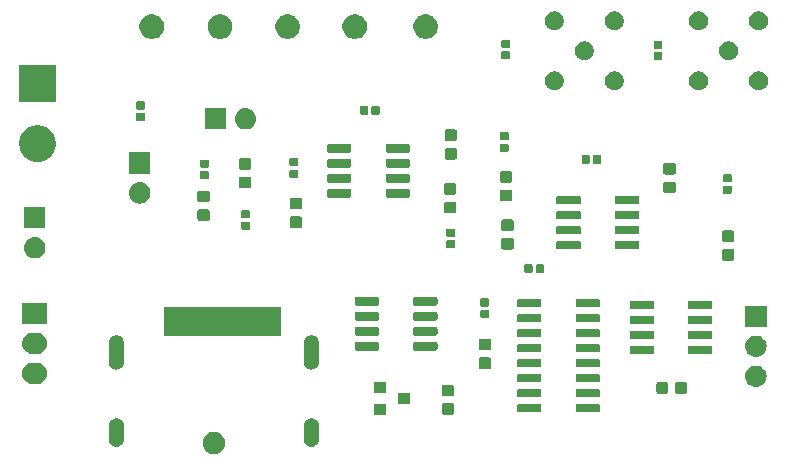
<source format=gts>
G04 #@! TF.GenerationSoftware,KiCad,Pcbnew,(5.1.4-0-10_14)*
G04 #@! TF.CreationDate,2020-03-05T15:50:17+09:00*
G04 #@! TF.ProjectId,ReadoutBoard_v3_2,52656164-6f75-4744-926f-6172645f7633,rev?*
G04 #@! TF.SameCoordinates,Original*
G04 #@! TF.FileFunction,Soldermask,Top*
G04 #@! TF.FilePolarity,Negative*
%FSLAX46Y46*%
G04 Gerber Fmt 4.6, Leading zero omitted, Abs format (unit mm)*
G04 Created by KiCad (PCBNEW (5.1.4-0-10_14)) date 2020-03-05 15:50:17*
%MOMM*%
%LPD*%
G04 APERTURE LIST*
%ADD10C,0.100000*%
G04 APERTURE END LIST*
D10*
G36*
X118946195Y-120328946D02*
G01*
X119119266Y-120400634D01*
X119119267Y-120400635D01*
X119275027Y-120504710D01*
X119407490Y-120637173D01*
X119407491Y-120637175D01*
X119511566Y-120792934D01*
X119583254Y-120966005D01*
X119619800Y-121149733D01*
X119619800Y-121337067D01*
X119583254Y-121520795D01*
X119511566Y-121693866D01*
X119511565Y-121693867D01*
X119407490Y-121849627D01*
X119275027Y-121982090D01*
X119196618Y-122034481D01*
X119119266Y-122086166D01*
X118946195Y-122157854D01*
X118762467Y-122194400D01*
X118575133Y-122194400D01*
X118391405Y-122157854D01*
X118218334Y-122086166D01*
X118140982Y-122034481D01*
X118062573Y-121982090D01*
X117930110Y-121849627D01*
X117826035Y-121693867D01*
X117826034Y-121693866D01*
X117754346Y-121520795D01*
X117717800Y-121337067D01*
X117717800Y-121149733D01*
X117754346Y-120966005D01*
X117826034Y-120792934D01*
X117930109Y-120637175D01*
X117930110Y-120637173D01*
X118062573Y-120504710D01*
X118218333Y-120400635D01*
X118218334Y-120400634D01*
X118391405Y-120328946D01*
X118575133Y-120292400D01*
X118762467Y-120292400D01*
X118946195Y-120328946D01*
X118946195Y-120328946D01*
G37*
G36*
X110546417Y-119151820D02*
G01*
X110637203Y-119179360D01*
X110669135Y-119189046D01*
X110782224Y-119249494D01*
X110881354Y-119330847D01*
X110962706Y-119429975D01*
X111023154Y-119543064D01*
X111032840Y-119574996D01*
X111060380Y-119665782D01*
X111069800Y-119761427D01*
X111069800Y-120925373D01*
X111060380Y-121021018D01*
X111032840Y-121111804D01*
X111023154Y-121143736D01*
X110962706Y-121256825D01*
X110881354Y-121355954D01*
X110782225Y-121437306D01*
X110669136Y-121497754D01*
X110637204Y-121507440D01*
X110546418Y-121534980D01*
X110418800Y-121547549D01*
X110291183Y-121534980D01*
X110200397Y-121507440D01*
X110168465Y-121497754D01*
X110055376Y-121437306D01*
X109956247Y-121355954D01*
X109874895Y-121256825D01*
X109814447Y-121143736D01*
X109804761Y-121111804D01*
X109777221Y-121021018D01*
X109767801Y-120925373D01*
X109767800Y-119761428D01*
X109777220Y-119665783D01*
X109814445Y-119543069D01*
X109814446Y-119543065D01*
X109874894Y-119429976D01*
X109956247Y-119330846D01*
X110055375Y-119249494D01*
X110168464Y-119189046D01*
X110200396Y-119179360D01*
X110291182Y-119151820D01*
X110418800Y-119139251D01*
X110546417Y-119151820D01*
X110546417Y-119151820D01*
G37*
G36*
X127056417Y-119151820D02*
G01*
X127147203Y-119179360D01*
X127179135Y-119189046D01*
X127292224Y-119249494D01*
X127391354Y-119330847D01*
X127472706Y-119429975D01*
X127533154Y-119543064D01*
X127542840Y-119574996D01*
X127570380Y-119665782D01*
X127579800Y-119761427D01*
X127579800Y-120925373D01*
X127570380Y-121021018D01*
X127542840Y-121111804D01*
X127533154Y-121143736D01*
X127472706Y-121256825D01*
X127391354Y-121355954D01*
X127292225Y-121437306D01*
X127179136Y-121497754D01*
X127147204Y-121507440D01*
X127056418Y-121534980D01*
X126928800Y-121547549D01*
X126801183Y-121534980D01*
X126710397Y-121507440D01*
X126678465Y-121497754D01*
X126565376Y-121437306D01*
X126466247Y-121355954D01*
X126384895Y-121256825D01*
X126324447Y-121143736D01*
X126314761Y-121111804D01*
X126287221Y-121021018D01*
X126277801Y-120925373D01*
X126277800Y-119761428D01*
X126287220Y-119665783D01*
X126324445Y-119543069D01*
X126324446Y-119543065D01*
X126384894Y-119429976D01*
X126466247Y-119330846D01*
X126565375Y-119249494D01*
X126678464Y-119189046D01*
X126710396Y-119179360D01*
X126801182Y-119151820D01*
X126928800Y-119139251D01*
X127056417Y-119151820D01*
X127056417Y-119151820D01*
G37*
G36*
X133257400Y-118876000D02*
G01*
X132255400Y-118876000D01*
X132255400Y-117974000D01*
X133257400Y-117974000D01*
X133257400Y-118876000D01*
X133257400Y-118876000D01*
G37*
G36*
X138860391Y-117879685D02*
G01*
X138894369Y-117889993D01*
X138925690Y-117906734D01*
X138953139Y-117929261D01*
X138975666Y-117956710D01*
X138992407Y-117988031D01*
X139002715Y-118022009D01*
X139006800Y-118063490D01*
X139006800Y-118664710D01*
X139002715Y-118706191D01*
X138992407Y-118740169D01*
X138975666Y-118771490D01*
X138953139Y-118798939D01*
X138925690Y-118821466D01*
X138894369Y-118838207D01*
X138860391Y-118848515D01*
X138818910Y-118852600D01*
X138142690Y-118852600D01*
X138101209Y-118848515D01*
X138067231Y-118838207D01*
X138035910Y-118821466D01*
X138008461Y-118798939D01*
X137985934Y-118771490D01*
X137969193Y-118740169D01*
X137958885Y-118706191D01*
X137954800Y-118664710D01*
X137954800Y-118063490D01*
X137958885Y-118022009D01*
X137969193Y-117988031D01*
X137985934Y-117956710D01*
X138008461Y-117929261D01*
X138035910Y-117906734D01*
X138067231Y-117889993D01*
X138101209Y-117879685D01*
X138142690Y-117875600D01*
X138818910Y-117875600D01*
X138860391Y-117879685D01*
X138860391Y-117879685D01*
G37*
G36*
X146313328Y-117939564D02*
G01*
X146334409Y-117945960D01*
X146353845Y-117956348D01*
X146370876Y-117970324D01*
X146384852Y-117987355D01*
X146395240Y-118006791D01*
X146401636Y-118027872D01*
X146404400Y-118055940D01*
X146404400Y-118519660D01*
X146401636Y-118547728D01*
X146395240Y-118568809D01*
X146384852Y-118588245D01*
X146370876Y-118605276D01*
X146353845Y-118619252D01*
X146334409Y-118629640D01*
X146313328Y-118636036D01*
X146285260Y-118638800D01*
X144471540Y-118638800D01*
X144443472Y-118636036D01*
X144422391Y-118629640D01*
X144402955Y-118619252D01*
X144385924Y-118605276D01*
X144371948Y-118588245D01*
X144361560Y-118568809D01*
X144355164Y-118547728D01*
X144352400Y-118519660D01*
X144352400Y-118055940D01*
X144355164Y-118027872D01*
X144361560Y-118006791D01*
X144371948Y-117987355D01*
X144385924Y-117970324D01*
X144402955Y-117956348D01*
X144422391Y-117945960D01*
X144443472Y-117939564D01*
X144471540Y-117936800D01*
X146285260Y-117936800D01*
X146313328Y-117939564D01*
X146313328Y-117939564D01*
G37*
G36*
X151263328Y-117939564D02*
G01*
X151284409Y-117945960D01*
X151303845Y-117956348D01*
X151320876Y-117970324D01*
X151334852Y-117987355D01*
X151345240Y-118006791D01*
X151351636Y-118027872D01*
X151354400Y-118055940D01*
X151354400Y-118519660D01*
X151351636Y-118547728D01*
X151345240Y-118568809D01*
X151334852Y-118588245D01*
X151320876Y-118605276D01*
X151303845Y-118619252D01*
X151284409Y-118629640D01*
X151263328Y-118636036D01*
X151235260Y-118638800D01*
X149421540Y-118638800D01*
X149393472Y-118636036D01*
X149372391Y-118629640D01*
X149352955Y-118619252D01*
X149335924Y-118605276D01*
X149321948Y-118588245D01*
X149311560Y-118568809D01*
X149305164Y-118547728D01*
X149302400Y-118519660D01*
X149302400Y-118055940D01*
X149305164Y-118027872D01*
X149311560Y-118006791D01*
X149321948Y-117987355D01*
X149335924Y-117970324D01*
X149352955Y-117956348D01*
X149372391Y-117945960D01*
X149393472Y-117939564D01*
X149421540Y-117936800D01*
X151235260Y-117936800D01*
X151263328Y-117939564D01*
X151263328Y-117939564D01*
G37*
G36*
X135257400Y-117926000D02*
G01*
X134255400Y-117926000D01*
X134255400Y-117024000D01*
X135257400Y-117024000D01*
X135257400Y-117926000D01*
X135257400Y-117926000D01*
G37*
G36*
X146313328Y-116669564D02*
G01*
X146334409Y-116675960D01*
X146353845Y-116686348D01*
X146370876Y-116700324D01*
X146384852Y-116717355D01*
X146395240Y-116736791D01*
X146401636Y-116757872D01*
X146404400Y-116785940D01*
X146404400Y-117249660D01*
X146401636Y-117277728D01*
X146395240Y-117298809D01*
X146384852Y-117318245D01*
X146370876Y-117335276D01*
X146353845Y-117349252D01*
X146334409Y-117359640D01*
X146313328Y-117366036D01*
X146285260Y-117368800D01*
X144471540Y-117368800D01*
X144443472Y-117366036D01*
X144422391Y-117359640D01*
X144402955Y-117349252D01*
X144385924Y-117335276D01*
X144371948Y-117318245D01*
X144361560Y-117298809D01*
X144355164Y-117277728D01*
X144352400Y-117249660D01*
X144352400Y-116785940D01*
X144355164Y-116757872D01*
X144361560Y-116736791D01*
X144371948Y-116717355D01*
X144385924Y-116700324D01*
X144402955Y-116686348D01*
X144422391Y-116675960D01*
X144443472Y-116669564D01*
X144471540Y-116666800D01*
X146285260Y-116666800D01*
X146313328Y-116669564D01*
X146313328Y-116669564D01*
G37*
G36*
X151263328Y-116669564D02*
G01*
X151284409Y-116675960D01*
X151303845Y-116686348D01*
X151320876Y-116700324D01*
X151334852Y-116717355D01*
X151345240Y-116736791D01*
X151351636Y-116757872D01*
X151354400Y-116785940D01*
X151354400Y-117249660D01*
X151351636Y-117277728D01*
X151345240Y-117298809D01*
X151334852Y-117318245D01*
X151320876Y-117335276D01*
X151303845Y-117349252D01*
X151284409Y-117359640D01*
X151263328Y-117366036D01*
X151235260Y-117368800D01*
X149421540Y-117368800D01*
X149393472Y-117366036D01*
X149372391Y-117359640D01*
X149352955Y-117349252D01*
X149335924Y-117335276D01*
X149321948Y-117318245D01*
X149311560Y-117298809D01*
X149305164Y-117277728D01*
X149302400Y-117249660D01*
X149302400Y-116785940D01*
X149305164Y-116757872D01*
X149311560Y-116736791D01*
X149321948Y-116717355D01*
X149335924Y-116700324D01*
X149352955Y-116686348D01*
X149372391Y-116675960D01*
X149393472Y-116669564D01*
X149421540Y-116666800D01*
X151235260Y-116666800D01*
X151263328Y-116669564D01*
X151263328Y-116669564D01*
G37*
G36*
X138860391Y-116304685D02*
G01*
X138894369Y-116314993D01*
X138925690Y-116331734D01*
X138953139Y-116354261D01*
X138975666Y-116381710D01*
X138992407Y-116413031D01*
X139002715Y-116447009D01*
X139006800Y-116488490D01*
X139006800Y-117089710D01*
X139002715Y-117131191D01*
X138992407Y-117165169D01*
X138975666Y-117196490D01*
X138953139Y-117223939D01*
X138925690Y-117246466D01*
X138894369Y-117263207D01*
X138860391Y-117273515D01*
X138818910Y-117277600D01*
X138142690Y-117277600D01*
X138101209Y-117273515D01*
X138067231Y-117263207D01*
X138035910Y-117246466D01*
X138008461Y-117223939D01*
X137985934Y-117196490D01*
X137969193Y-117165169D01*
X137958885Y-117131191D01*
X137954800Y-117089710D01*
X137954800Y-116488490D01*
X137958885Y-116447009D01*
X137969193Y-116413031D01*
X137985934Y-116381710D01*
X138008461Y-116354261D01*
X138035910Y-116331734D01*
X138067231Y-116314993D01*
X138101209Y-116304685D01*
X138142690Y-116300600D01*
X138818910Y-116300600D01*
X138860391Y-116304685D01*
X138860391Y-116304685D01*
G37*
G36*
X158558791Y-116038685D02*
G01*
X158592769Y-116048993D01*
X158624090Y-116065734D01*
X158651539Y-116088261D01*
X158674066Y-116115710D01*
X158690807Y-116147031D01*
X158701115Y-116181009D01*
X158705200Y-116222490D01*
X158705200Y-116898710D01*
X158701115Y-116940191D01*
X158690807Y-116974169D01*
X158674066Y-117005490D01*
X158651539Y-117032939D01*
X158624090Y-117055466D01*
X158592769Y-117072207D01*
X158558791Y-117082515D01*
X158517310Y-117086600D01*
X157916090Y-117086600D01*
X157874609Y-117082515D01*
X157840631Y-117072207D01*
X157809310Y-117055466D01*
X157781861Y-117032939D01*
X157759334Y-117005490D01*
X157742593Y-116974169D01*
X157732285Y-116940191D01*
X157728200Y-116898710D01*
X157728200Y-116222490D01*
X157732285Y-116181009D01*
X157742593Y-116147031D01*
X157759334Y-116115710D01*
X157781861Y-116088261D01*
X157809310Y-116065734D01*
X157840631Y-116048993D01*
X157874609Y-116038685D01*
X157916090Y-116034600D01*
X158517310Y-116034600D01*
X158558791Y-116038685D01*
X158558791Y-116038685D01*
G37*
G36*
X156983791Y-116038685D02*
G01*
X157017769Y-116048993D01*
X157049090Y-116065734D01*
X157076539Y-116088261D01*
X157099066Y-116115710D01*
X157115807Y-116147031D01*
X157126115Y-116181009D01*
X157130200Y-116222490D01*
X157130200Y-116898710D01*
X157126115Y-116940191D01*
X157115807Y-116974169D01*
X157099066Y-117005490D01*
X157076539Y-117032939D01*
X157049090Y-117055466D01*
X157017769Y-117072207D01*
X156983791Y-117082515D01*
X156942310Y-117086600D01*
X156341090Y-117086600D01*
X156299609Y-117082515D01*
X156265631Y-117072207D01*
X156234310Y-117055466D01*
X156206861Y-117032939D01*
X156184334Y-117005490D01*
X156167593Y-116974169D01*
X156157285Y-116940191D01*
X156153200Y-116898710D01*
X156153200Y-116222490D01*
X156157285Y-116181009D01*
X156167593Y-116147031D01*
X156184334Y-116115710D01*
X156206861Y-116088261D01*
X156234310Y-116065734D01*
X156265631Y-116048993D01*
X156299609Y-116038685D01*
X156341090Y-116034600D01*
X156942310Y-116034600D01*
X156983791Y-116038685D01*
X156983791Y-116038685D01*
G37*
G36*
X133257400Y-116976000D02*
G01*
X132255400Y-116976000D01*
X132255400Y-116074000D01*
X133257400Y-116074000D01*
X133257400Y-116976000D01*
X133257400Y-116976000D01*
G37*
G36*
X164677043Y-114700919D02*
G01*
X164743227Y-114707437D01*
X164913066Y-114758957D01*
X165069591Y-114842622D01*
X165105329Y-114871952D01*
X165206786Y-114955214D01*
X165257942Y-115017549D01*
X165319378Y-115092409D01*
X165403043Y-115248934D01*
X165454563Y-115418773D01*
X165471959Y-115595400D01*
X165454563Y-115772027D01*
X165403043Y-115941866D01*
X165319378Y-116098391D01*
X165290048Y-116134129D01*
X165206786Y-116235586D01*
X165110027Y-116314993D01*
X165069591Y-116348178D01*
X164913066Y-116431843D01*
X164743227Y-116483363D01*
X164677042Y-116489882D01*
X164610860Y-116496400D01*
X164522340Y-116496400D01*
X164456158Y-116489882D01*
X164389973Y-116483363D01*
X164220134Y-116431843D01*
X164063609Y-116348178D01*
X164023173Y-116314993D01*
X163926414Y-116235586D01*
X163843152Y-116134129D01*
X163813822Y-116098391D01*
X163730157Y-115941866D01*
X163678637Y-115772027D01*
X163661241Y-115595400D01*
X163678637Y-115418773D01*
X163730157Y-115248934D01*
X163813822Y-115092409D01*
X163875258Y-115017549D01*
X163926414Y-114955214D01*
X164027871Y-114871952D01*
X164063609Y-114842622D01*
X164220134Y-114758957D01*
X164389973Y-114707437D01*
X164456157Y-114700919D01*
X164522340Y-114694400D01*
X164610860Y-114694400D01*
X164677043Y-114700919D01*
X164677043Y-114700919D01*
G37*
G36*
X103815343Y-114436761D02*
G01*
X103834568Y-114438654D01*
X104007234Y-114491032D01*
X104166365Y-114576089D01*
X104305844Y-114690556D01*
X104420311Y-114830035D01*
X104505368Y-114989166D01*
X104505368Y-114989167D01*
X104536687Y-115092409D01*
X104557746Y-115161833D01*
X104575432Y-115341400D01*
X104563082Y-115466791D01*
X104557746Y-115520968D01*
X104542174Y-115572300D01*
X104505368Y-115693634D01*
X104420311Y-115852765D01*
X104305844Y-115992244D01*
X104166365Y-116106711D01*
X104007234Y-116191768D01*
X103920900Y-116217957D01*
X103834568Y-116244146D01*
X103815343Y-116246039D01*
X103699998Y-116257400D01*
X103310002Y-116257400D01*
X103194657Y-116246039D01*
X103175432Y-116244146D01*
X103089100Y-116217957D01*
X103002766Y-116191768D01*
X102843635Y-116106711D01*
X102704156Y-115992244D01*
X102589689Y-115852765D01*
X102504632Y-115693634D01*
X102467826Y-115572300D01*
X102452254Y-115520968D01*
X102446918Y-115466791D01*
X102434568Y-115341400D01*
X102452254Y-115161833D01*
X102473314Y-115092409D01*
X102504632Y-114989167D01*
X102504632Y-114989166D01*
X102589689Y-114830035D01*
X102704156Y-114690556D01*
X102843635Y-114576089D01*
X103002766Y-114491032D01*
X103175432Y-114438654D01*
X103194657Y-114436761D01*
X103310002Y-114425400D01*
X103699998Y-114425400D01*
X103815343Y-114436761D01*
X103815343Y-114436761D01*
G37*
G36*
X151263328Y-115399564D02*
G01*
X151284409Y-115405960D01*
X151303845Y-115416348D01*
X151320876Y-115430324D01*
X151334852Y-115447355D01*
X151345240Y-115466791D01*
X151351636Y-115487872D01*
X151354400Y-115515940D01*
X151354400Y-115979660D01*
X151351636Y-116007728D01*
X151345240Y-116028809D01*
X151334852Y-116048245D01*
X151320876Y-116065276D01*
X151303845Y-116079252D01*
X151284409Y-116089640D01*
X151263328Y-116096036D01*
X151235260Y-116098800D01*
X149421540Y-116098800D01*
X149393472Y-116096036D01*
X149372391Y-116089640D01*
X149352955Y-116079252D01*
X149335924Y-116065276D01*
X149321948Y-116048245D01*
X149311560Y-116028809D01*
X149305164Y-116007728D01*
X149302400Y-115979660D01*
X149302400Y-115515940D01*
X149305164Y-115487872D01*
X149311560Y-115466791D01*
X149321948Y-115447355D01*
X149335924Y-115430324D01*
X149352955Y-115416348D01*
X149372391Y-115405960D01*
X149393472Y-115399564D01*
X149421540Y-115396800D01*
X151235260Y-115396800D01*
X151263328Y-115399564D01*
X151263328Y-115399564D01*
G37*
G36*
X146313328Y-115399564D02*
G01*
X146334409Y-115405960D01*
X146353845Y-115416348D01*
X146370876Y-115430324D01*
X146384852Y-115447355D01*
X146395240Y-115466791D01*
X146401636Y-115487872D01*
X146404400Y-115515940D01*
X146404400Y-115979660D01*
X146401636Y-116007728D01*
X146395240Y-116028809D01*
X146384852Y-116048245D01*
X146370876Y-116065276D01*
X146353845Y-116079252D01*
X146334409Y-116089640D01*
X146313328Y-116096036D01*
X146285260Y-116098800D01*
X144471540Y-116098800D01*
X144443472Y-116096036D01*
X144422391Y-116089640D01*
X144402955Y-116079252D01*
X144385924Y-116065276D01*
X144371948Y-116048245D01*
X144361560Y-116028809D01*
X144355164Y-116007728D01*
X144352400Y-115979660D01*
X144352400Y-115515940D01*
X144355164Y-115487872D01*
X144361560Y-115466791D01*
X144371948Y-115447355D01*
X144385924Y-115430324D01*
X144402955Y-115416348D01*
X144422391Y-115405960D01*
X144443472Y-115399564D01*
X144471540Y-115396800D01*
X146285260Y-115396800D01*
X146313328Y-115399564D01*
X146313328Y-115399564D01*
G37*
G36*
X110546417Y-112121820D02*
G01*
X110637203Y-112149360D01*
X110669135Y-112159046D01*
X110782224Y-112219494D01*
X110881354Y-112300847D01*
X110962706Y-112399975D01*
X111023154Y-112513064D01*
X111026153Y-112522952D01*
X111060380Y-112635782D01*
X111060380Y-112635784D01*
X111067585Y-112708932D01*
X111069800Y-112731427D01*
X111069800Y-114395373D01*
X111060380Y-114491018D01*
X111034574Y-114576089D01*
X111023154Y-114613736D01*
X110962706Y-114726825D01*
X110881354Y-114825954D01*
X110782225Y-114907306D01*
X110669136Y-114967754D01*
X110637204Y-114977440D01*
X110546418Y-115004980D01*
X110418800Y-115017549D01*
X110291183Y-115004980D01*
X110200397Y-114977440D01*
X110168465Y-114967754D01*
X110055376Y-114907306D01*
X109956247Y-114825954D01*
X109874895Y-114726825D01*
X109814447Y-114613736D01*
X109803027Y-114576089D01*
X109777221Y-114491018D01*
X109767801Y-114395373D01*
X109767800Y-112731428D01*
X109777220Y-112635783D01*
X109814445Y-112513069D01*
X109814446Y-112513065D01*
X109874894Y-112399976D01*
X109956247Y-112300846D01*
X110055375Y-112219494D01*
X110168464Y-112159046D01*
X110200396Y-112149360D01*
X110291182Y-112121820D01*
X110418800Y-112109251D01*
X110546417Y-112121820D01*
X110546417Y-112121820D01*
G37*
G36*
X127056417Y-112121820D02*
G01*
X127147203Y-112149360D01*
X127179135Y-112159046D01*
X127292224Y-112219494D01*
X127391354Y-112300847D01*
X127472706Y-112399975D01*
X127533154Y-112513064D01*
X127536153Y-112522952D01*
X127570380Y-112635782D01*
X127570380Y-112635784D01*
X127577585Y-112708932D01*
X127579800Y-112731427D01*
X127579800Y-114395373D01*
X127570380Y-114491018D01*
X127544574Y-114576089D01*
X127533154Y-114613736D01*
X127472706Y-114726825D01*
X127391354Y-114825954D01*
X127292225Y-114907306D01*
X127179136Y-114967754D01*
X127147204Y-114977440D01*
X127056418Y-115004980D01*
X126928800Y-115017549D01*
X126801183Y-115004980D01*
X126710397Y-114977440D01*
X126678465Y-114967754D01*
X126565376Y-114907306D01*
X126466247Y-114825954D01*
X126384895Y-114726825D01*
X126324447Y-114613736D01*
X126313027Y-114576089D01*
X126287221Y-114491018D01*
X126277801Y-114395373D01*
X126277800Y-112731428D01*
X126287220Y-112635783D01*
X126324445Y-112513069D01*
X126324446Y-112513065D01*
X126384894Y-112399976D01*
X126466247Y-112300846D01*
X126565375Y-112219494D01*
X126678464Y-112159046D01*
X126710396Y-112149360D01*
X126801182Y-112121820D01*
X126928800Y-112109251D01*
X127056417Y-112121820D01*
X127056417Y-112121820D01*
G37*
G36*
X142009991Y-113993485D02*
G01*
X142043969Y-114003793D01*
X142075290Y-114020534D01*
X142102739Y-114043061D01*
X142125266Y-114070510D01*
X142142007Y-114101831D01*
X142152315Y-114135809D01*
X142156400Y-114177290D01*
X142156400Y-114778510D01*
X142152315Y-114819991D01*
X142142007Y-114853969D01*
X142125266Y-114885290D01*
X142102739Y-114912739D01*
X142075290Y-114935266D01*
X142043969Y-114952007D01*
X142009991Y-114962315D01*
X141968510Y-114966400D01*
X141292290Y-114966400D01*
X141250809Y-114962315D01*
X141216831Y-114952007D01*
X141185510Y-114935266D01*
X141158061Y-114912739D01*
X141135534Y-114885290D01*
X141118793Y-114853969D01*
X141108485Y-114819991D01*
X141104400Y-114778510D01*
X141104400Y-114177290D01*
X141108485Y-114135809D01*
X141118793Y-114101831D01*
X141135534Y-114070510D01*
X141158061Y-114043061D01*
X141185510Y-114020534D01*
X141216831Y-114003793D01*
X141250809Y-113993485D01*
X141292290Y-113989400D01*
X141968510Y-113989400D01*
X142009991Y-113993485D01*
X142009991Y-113993485D01*
G37*
G36*
X151263328Y-114129564D02*
G01*
X151284409Y-114135960D01*
X151303845Y-114146348D01*
X151320876Y-114160324D01*
X151334852Y-114177355D01*
X151345240Y-114196791D01*
X151351636Y-114217872D01*
X151354400Y-114245940D01*
X151354400Y-114709660D01*
X151351636Y-114737728D01*
X151345240Y-114758809D01*
X151334852Y-114778245D01*
X151320876Y-114795276D01*
X151303845Y-114809252D01*
X151284409Y-114819640D01*
X151263328Y-114826036D01*
X151235260Y-114828800D01*
X149421540Y-114828800D01*
X149393472Y-114826036D01*
X149372391Y-114819640D01*
X149352955Y-114809252D01*
X149335924Y-114795276D01*
X149321948Y-114778245D01*
X149311560Y-114758809D01*
X149305164Y-114737728D01*
X149302400Y-114709660D01*
X149302400Y-114245940D01*
X149305164Y-114217872D01*
X149311560Y-114196791D01*
X149321948Y-114177355D01*
X149335924Y-114160324D01*
X149352955Y-114146348D01*
X149372391Y-114135960D01*
X149393472Y-114129564D01*
X149421540Y-114126800D01*
X151235260Y-114126800D01*
X151263328Y-114129564D01*
X151263328Y-114129564D01*
G37*
G36*
X146313328Y-114129564D02*
G01*
X146334409Y-114135960D01*
X146353845Y-114146348D01*
X146370876Y-114160324D01*
X146384852Y-114177355D01*
X146395240Y-114196791D01*
X146401636Y-114217872D01*
X146404400Y-114245940D01*
X146404400Y-114709660D01*
X146401636Y-114737728D01*
X146395240Y-114758809D01*
X146384852Y-114778245D01*
X146370876Y-114795276D01*
X146353845Y-114809252D01*
X146334409Y-114819640D01*
X146313328Y-114826036D01*
X146285260Y-114828800D01*
X144471540Y-114828800D01*
X144443472Y-114826036D01*
X144422391Y-114819640D01*
X144402955Y-114809252D01*
X144385924Y-114795276D01*
X144371948Y-114778245D01*
X144361560Y-114758809D01*
X144355164Y-114737728D01*
X144352400Y-114709660D01*
X144352400Y-114245940D01*
X144355164Y-114217872D01*
X144361560Y-114196791D01*
X144371948Y-114177355D01*
X144385924Y-114160324D01*
X144402955Y-114146348D01*
X144422391Y-114135960D01*
X144443472Y-114129564D01*
X144471540Y-114126800D01*
X146285260Y-114126800D01*
X146313328Y-114129564D01*
X146313328Y-114129564D01*
G37*
G36*
X164677043Y-112160919D02*
G01*
X164743227Y-112167437D01*
X164913066Y-112218957D01*
X165069591Y-112302622D01*
X165093276Y-112322060D01*
X165206786Y-112415214D01*
X165287092Y-112513069D01*
X165319378Y-112552409D01*
X165403043Y-112708934D01*
X165454563Y-112878773D01*
X165471959Y-113055400D01*
X165454563Y-113232027D01*
X165403043Y-113401866D01*
X165319378Y-113558391D01*
X165291746Y-113592060D01*
X165206786Y-113695586D01*
X165105329Y-113778848D01*
X165069591Y-113808178D01*
X164913066Y-113891843D01*
X164743227Y-113943363D01*
X164677043Y-113949881D01*
X164610860Y-113956400D01*
X164522340Y-113956400D01*
X164456157Y-113949881D01*
X164389973Y-113943363D01*
X164220134Y-113891843D01*
X164063609Y-113808178D01*
X164027871Y-113778848D01*
X163926414Y-113695586D01*
X163841454Y-113592060D01*
X163813822Y-113558391D01*
X163730157Y-113401866D01*
X163678637Y-113232027D01*
X163661241Y-113055400D01*
X163678637Y-112878773D01*
X163730157Y-112708934D01*
X163813822Y-112552409D01*
X163846108Y-112513069D01*
X163926414Y-112415214D01*
X164039924Y-112322060D01*
X164063609Y-112302622D01*
X164220134Y-112218957D01*
X164389973Y-112167437D01*
X164456157Y-112160919D01*
X164522340Y-112154400D01*
X164610860Y-112154400D01*
X164677043Y-112160919D01*
X164677043Y-112160919D01*
G37*
G36*
X103815343Y-111896761D02*
G01*
X103834568Y-111898654D01*
X103887464Y-111914700D01*
X104007234Y-111951032D01*
X104166365Y-112036089D01*
X104305844Y-112150556D01*
X104420311Y-112290035D01*
X104505368Y-112449166D01*
X104524752Y-112513068D01*
X104540561Y-112565180D01*
X104557746Y-112621833D01*
X104575432Y-112801400D01*
X104563082Y-112926791D01*
X104557746Y-112980968D01*
X104549182Y-113009200D01*
X104505368Y-113153634D01*
X104420311Y-113312765D01*
X104305844Y-113452244D01*
X104166365Y-113566711D01*
X104007234Y-113651768D01*
X103977970Y-113660645D01*
X103834568Y-113704146D01*
X103815343Y-113706039D01*
X103699998Y-113717400D01*
X103310002Y-113717400D01*
X103194657Y-113706039D01*
X103175432Y-113704146D01*
X103032030Y-113660645D01*
X103002766Y-113651768D01*
X102843635Y-113566711D01*
X102704156Y-113452244D01*
X102589689Y-113312765D01*
X102504632Y-113153634D01*
X102460818Y-113009200D01*
X102452254Y-112980968D01*
X102446918Y-112926791D01*
X102434568Y-112801400D01*
X102452254Y-112621833D01*
X102469440Y-112565180D01*
X102485248Y-112513068D01*
X102504632Y-112449166D01*
X102589689Y-112290035D01*
X102704156Y-112150556D01*
X102843635Y-112036089D01*
X103002766Y-111951032D01*
X103122536Y-111914700D01*
X103175432Y-111898654D01*
X103194657Y-111896761D01*
X103310002Y-111885400D01*
X103699998Y-111885400D01*
X103815343Y-111896761D01*
X103815343Y-111896761D01*
G37*
G36*
X160788328Y-113011964D02*
G01*
X160809409Y-113018360D01*
X160828845Y-113028748D01*
X160845876Y-113042724D01*
X160859852Y-113059755D01*
X160870240Y-113079191D01*
X160876636Y-113100272D01*
X160879400Y-113128340D01*
X160879400Y-113592060D01*
X160876636Y-113620128D01*
X160870240Y-113641209D01*
X160859852Y-113660645D01*
X160845876Y-113677676D01*
X160828845Y-113691652D01*
X160809409Y-113702040D01*
X160788328Y-113708436D01*
X160760260Y-113711200D01*
X158946540Y-113711200D01*
X158918472Y-113708436D01*
X158897391Y-113702040D01*
X158877955Y-113691652D01*
X158860924Y-113677676D01*
X158846948Y-113660645D01*
X158836560Y-113641209D01*
X158830164Y-113620128D01*
X158827400Y-113592060D01*
X158827400Y-113128340D01*
X158830164Y-113100272D01*
X158836560Y-113079191D01*
X158846948Y-113059755D01*
X158860924Y-113042724D01*
X158877955Y-113028748D01*
X158897391Y-113018360D01*
X158918472Y-113011964D01*
X158946540Y-113009200D01*
X160760260Y-113009200D01*
X160788328Y-113011964D01*
X160788328Y-113011964D01*
G37*
G36*
X155838328Y-113011964D02*
G01*
X155859409Y-113018360D01*
X155878845Y-113028748D01*
X155895876Y-113042724D01*
X155909852Y-113059755D01*
X155920240Y-113079191D01*
X155926636Y-113100272D01*
X155929400Y-113128340D01*
X155929400Y-113592060D01*
X155926636Y-113620128D01*
X155920240Y-113641209D01*
X155909852Y-113660645D01*
X155895876Y-113677676D01*
X155878845Y-113691652D01*
X155859409Y-113702040D01*
X155838328Y-113708436D01*
X155810260Y-113711200D01*
X153996540Y-113711200D01*
X153968472Y-113708436D01*
X153947391Y-113702040D01*
X153927955Y-113691652D01*
X153910924Y-113677676D01*
X153896948Y-113660645D01*
X153886560Y-113641209D01*
X153880164Y-113620128D01*
X153877400Y-113592060D01*
X153877400Y-113128340D01*
X153880164Y-113100272D01*
X153886560Y-113079191D01*
X153896948Y-113059755D01*
X153910924Y-113042724D01*
X153927955Y-113028748D01*
X153947391Y-113018360D01*
X153968472Y-113011964D01*
X153996540Y-113009200D01*
X155810260Y-113009200D01*
X155838328Y-113011964D01*
X155838328Y-113011964D01*
G37*
G36*
X151263328Y-112859564D02*
G01*
X151284409Y-112865960D01*
X151303845Y-112876348D01*
X151320876Y-112890324D01*
X151334852Y-112907355D01*
X151345240Y-112926791D01*
X151351636Y-112947872D01*
X151354400Y-112975940D01*
X151354400Y-113439660D01*
X151351636Y-113467728D01*
X151345240Y-113488809D01*
X151334852Y-113508245D01*
X151320876Y-113525276D01*
X151303845Y-113539252D01*
X151284409Y-113549640D01*
X151263328Y-113556036D01*
X151235260Y-113558800D01*
X149421540Y-113558800D01*
X149393472Y-113556036D01*
X149372391Y-113549640D01*
X149352955Y-113539252D01*
X149335924Y-113525276D01*
X149321948Y-113508245D01*
X149311560Y-113488809D01*
X149305164Y-113467728D01*
X149302400Y-113439660D01*
X149302400Y-112975940D01*
X149305164Y-112947872D01*
X149311560Y-112926791D01*
X149321948Y-112907355D01*
X149335924Y-112890324D01*
X149352955Y-112876348D01*
X149372391Y-112865960D01*
X149393472Y-112859564D01*
X149421540Y-112856800D01*
X151235260Y-112856800D01*
X151263328Y-112859564D01*
X151263328Y-112859564D01*
G37*
G36*
X146313328Y-112859564D02*
G01*
X146334409Y-112865960D01*
X146353845Y-112876348D01*
X146370876Y-112890324D01*
X146384852Y-112907355D01*
X146395240Y-112926791D01*
X146401636Y-112947872D01*
X146404400Y-112975940D01*
X146404400Y-113439660D01*
X146401636Y-113467728D01*
X146395240Y-113488809D01*
X146384852Y-113508245D01*
X146370876Y-113525276D01*
X146353845Y-113539252D01*
X146334409Y-113549640D01*
X146313328Y-113556036D01*
X146285260Y-113558800D01*
X144471540Y-113558800D01*
X144443472Y-113556036D01*
X144422391Y-113549640D01*
X144402955Y-113539252D01*
X144385924Y-113525276D01*
X144371948Y-113508245D01*
X144361560Y-113488809D01*
X144355164Y-113467728D01*
X144352400Y-113439660D01*
X144352400Y-112975940D01*
X144355164Y-112947872D01*
X144361560Y-112926791D01*
X144371948Y-112907355D01*
X144385924Y-112890324D01*
X144402955Y-112876348D01*
X144422391Y-112865960D01*
X144443472Y-112859564D01*
X144471540Y-112856800D01*
X146285260Y-112856800D01*
X146313328Y-112859564D01*
X146313328Y-112859564D01*
G37*
G36*
X132571928Y-112707164D02*
G01*
X132593009Y-112713560D01*
X132612445Y-112723948D01*
X132629476Y-112737924D01*
X132643452Y-112754955D01*
X132653840Y-112774391D01*
X132660236Y-112795472D01*
X132663000Y-112823540D01*
X132663000Y-113287260D01*
X132660236Y-113315328D01*
X132653840Y-113336409D01*
X132643452Y-113355845D01*
X132629476Y-113372876D01*
X132612445Y-113386852D01*
X132593009Y-113397240D01*
X132571928Y-113403636D01*
X132543860Y-113406400D01*
X130730140Y-113406400D01*
X130702072Y-113403636D01*
X130680991Y-113397240D01*
X130661555Y-113386852D01*
X130644524Y-113372876D01*
X130630548Y-113355845D01*
X130620160Y-113336409D01*
X130613764Y-113315328D01*
X130611000Y-113287260D01*
X130611000Y-112823540D01*
X130613764Y-112795472D01*
X130620160Y-112774391D01*
X130630548Y-112754955D01*
X130644524Y-112737924D01*
X130661555Y-112723948D01*
X130680991Y-112713560D01*
X130702072Y-112707164D01*
X130730140Y-112704400D01*
X132543860Y-112704400D01*
X132571928Y-112707164D01*
X132571928Y-112707164D01*
G37*
G36*
X137521928Y-112707164D02*
G01*
X137543009Y-112713560D01*
X137562445Y-112723948D01*
X137579476Y-112737924D01*
X137593452Y-112754955D01*
X137603840Y-112774391D01*
X137610236Y-112795472D01*
X137613000Y-112823540D01*
X137613000Y-113287260D01*
X137610236Y-113315328D01*
X137603840Y-113336409D01*
X137593452Y-113355845D01*
X137579476Y-113372876D01*
X137562445Y-113386852D01*
X137543009Y-113397240D01*
X137521928Y-113403636D01*
X137493860Y-113406400D01*
X135680140Y-113406400D01*
X135652072Y-113403636D01*
X135630991Y-113397240D01*
X135611555Y-113386852D01*
X135594524Y-113372876D01*
X135580548Y-113355845D01*
X135570160Y-113336409D01*
X135563764Y-113315328D01*
X135561000Y-113287260D01*
X135561000Y-112823540D01*
X135563764Y-112795472D01*
X135570160Y-112774391D01*
X135580548Y-112754955D01*
X135594524Y-112737924D01*
X135611555Y-112723948D01*
X135630991Y-112713560D01*
X135652072Y-112707164D01*
X135680140Y-112704400D01*
X137493860Y-112704400D01*
X137521928Y-112707164D01*
X137521928Y-112707164D01*
G37*
G36*
X142009991Y-112418485D02*
G01*
X142043969Y-112428793D01*
X142075290Y-112445534D01*
X142102739Y-112468061D01*
X142125266Y-112495510D01*
X142142007Y-112526831D01*
X142152315Y-112560809D01*
X142156400Y-112602290D01*
X142156400Y-113203510D01*
X142152315Y-113244991D01*
X142142007Y-113278969D01*
X142125266Y-113310290D01*
X142102739Y-113337739D01*
X142075290Y-113360266D01*
X142043969Y-113377007D01*
X142009991Y-113387315D01*
X141968510Y-113391400D01*
X141292290Y-113391400D01*
X141250809Y-113387315D01*
X141216831Y-113377007D01*
X141185510Y-113360266D01*
X141158061Y-113337739D01*
X141135534Y-113310290D01*
X141118793Y-113278969D01*
X141108485Y-113244991D01*
X141104400Y-113203510D01*
X141104400Y-112602290D01*
X141108485Y-112560809D01*
X141118793Y-112526831D01*
X141135534Y-112495510D01*
X141158061Y-112468061D01*
X141185510Y-112445534D01*
X141216831Y-112428793D01*
X141250809Y-112418485D01*
X141292290Y-112414400D01*
X141968510Y-112414400D01*
X142009991Y-112418485D01*
X142009991Y-112418485D01*
G37*
G36*
X160788328Y-111741964D02*
G01*
X160809409Y-111748360D01*
X160828845Y-111758748D01*
X160845876Y-111772724D01*
X160859852Y-111789755D01*
X160870240Y-111809191D01*
X160876636Y-111830272D01*
X160879400Y-111858340D01*
X160879400Y-112322060D01*
X160876636Y-112350128D01*
X160870240Y-112371209D01*
X160859852Y-112390645D01*
X160845876Y-112407676D01*
X160828845Y-112421652D01*
X160809409Y-112432040D01*
X160788328Y-112438436D01*
X160760260Y-112441200D01*
X158946540Y-112441200D01*
X158918472Y-112438436D01*
X158897391Y-112432040D01*
X158877955Y-112421652D01*
X158860924Y-112407676D01*
X158846948Y-112390645D01*
X158836560Y-112371209D01*
X158830164Y-112350128D01*
X158827400Y-112322060D01*
X158827400Y-111858340D01*
X158830164Y-111830272D01*
X158836560Y-111809191D01*
X158846948Y-111789755D01*
X158860924Y-111772724D01*
X158877955Y-111758748D01*
X158897391Y-111748360D01*
X158918472Y-111741964D01*
X158946540Y-111739200D01*
X160760260Y-111739200D01*
X160788328Y-111741964D01*
X160788328Y-111741964D01*
G37*
G36*
X155838328Y-111741964D02*
G01*
X155859409Y-111748360D01*
X155878845Y-111758748D01*
X155895876Y-111772724D01*
X155909852Y-111789755D01*
X155920240Y-111809191D01*
X155926636Y-111830272D01*
X155929400Y-111858340D01*
X155929400Y-112322060D01*
X155926636Y-112350128D01*
X155920240Y-112371209D01*
X155909852Y-112390645D01*
X155895876Y-112407676D01*
X155878845Y-112421652D01*
X155859409Y-112432040D01*
X155838328Y-112438436D01*
X155810260Y-112441200D01*
X153996540Y-112441200D01*
X153968472Y-112438436D01*
X153947391Y-112432040D01*
X153927955Y-112421652D01*
X153910924Y-112407676D01*
X153896948Y-112390645D01*
X153886560Y-112371209D01*
X153880164Y-112350128D01*
X153877400Y-112322060D01*
X153877400Y-111858340D01*
X153880164Y-111830272D01*
X153886560Y-111809191D01*
X153896948Y-111789755D01*
X153910924Y-111772724D01*
X153927955Y-111758748D01*
X153947391Y-111748360D01*
X153968472Y-111741964D01*
X153996540Y-111739200D01*
X155810260Y-111739200D01*
X155838328Y-111741964D01*
X155838328Y-111741964D01*
G37*
G36*
X151263328Y-111589564D02*
G01*
X151284409Y-111595960D01*
X151303845Y-111606348D01*
X151320876Y-111620324D01*
X151334852Y-111637355D01*
X151345240Y-111656791D01*
X151351636Y-111677872D01*
X151354400Y-111705940D01*
X151354400Y-112169660D01*
X151351636Y-112197728D01*
X151345240Y-112218809D01*
X151334852Y-112238245D01*
X151320876Y-112255276D01*
X151303845Y-112269252D01*
X151284409Y-112279640D01*
X151263328Y-112286036D01*
X151235260Y-112288800D01*
X149421540Y-112288800D01*
X149393472Y-112286036D01*
X149372391Y-112279640D01*
X149352955Y-112269252D01*
X149335924Y-112255276D01*
X149321948Y-112238245D01*
X149311560Y-112218809D01*
X149305164Y-112197728D01*
X149302400Y-112169660D01*
X149302400Y-111705940D01*
X149305164Y-111677872D01*
X149311560Y-111656791D01*
X149321948Y-111637355D01*
X149335924Y-111620324D01*
X149352955Y-111606348D01*
X149372391Y-111595960D01*
X149393472Y-111589564D01*
X149421540Y-111586800D01*
X151235260Y-111586800D01*
X151263328Y-111589564D01*
X151263328Y-111589564D01*
G37*
G36*
X146313328Y-111589564D02*
G01*
X146334409Y-111595960D01*
X146353845Y-111606348D01*
X146370876Y-111620324D01*
X146384852Y-111637355D01*
X146395240Y-111656791D01*
X146401636Y-111677872D01*
X146404400Y-111705940D01*
X146404400Y-112169660D01*
X146401636Y-112197728D01*
X146395240Y-112218809D01*
X146384852Y-112238245D01*
X146370876Y-112255276D01*
X146353845Y-112269252D01*
X146334409Y-112279640D01*
X146313328Y-112286036D01*
X146285260Y-112288800D01*
X144471540Y-112288800D01*
X144443472Y-112286036D01*
X144422391Y-112279640D01*
X144402955Y-112269252D01*
X144385924Y-112255276D01*
X144371948Y-112238245D01*
X144361560Y-112218809D01*
X144355164Y-112197728D01*
X144352400Y-112169660D01*
X144352400Y-111705940D01*
X144355164Y-111677872D01*
X144361560Y-111656791D01*
X144371948Y-111637355D01*
X144385924Y-111620324D01*
X144402955Y-111606348D01*
X144422391Y-111595960D01*
X144443472Y-111589564D01*
X144471540Y-111586800D01*
X146285260Y-111586800D01*
X146313328Y-111589564D01*
X146313328Y-111589564D01*
G37*
G36*
X124359800Y-112214400D02*
G01*
X114477800Y-112214400D01*
X114477800Y-109712400D01*
X124359800Y-109712400D01*
X124359800Y-112214400D01*
X124359800Y-112214400D01*
G37*
G36*
X132571928Y-111437164D02*
G01*
X132593009Y-111443560D01*
X132612445Y-111453948D01*
X132629476Y-111467924D01*
X132643452Y-111484955D01*
X132653840Y-111504391D01*
X132660236Y-111525472D01*
X132663000Y-111553540D01*
X132663000Y-112017260D01*
X132660236Y-112045328D01*
X132653840Y-112066409D01*
X132643452Y-112085845D01*
X132629476Y-112102876D01*
X132612445Y-112116852D01*
X132593009Y-112127240D01*
X132571928Y-112133636D01*
X132543860Y-112136400D01*
X130730140Y-112136400D01*
X130702072Y-112133636D01*
X130680991Y-112127240D01*
X130661555Y-112116852D01*
X130644524Y-112102876D01*
X130630548Y-112085845D01*
X130620160Y-112066409D01*
X130613764Y-112045328D01*
X130611000Y-112017260D01*
X130611000Y-111553540D01*
X130613764Y-111525472D01*
X130620160Y-111504391D01*
X130630548Y-111484955D01*
X130644524Y-111467924D01*
X130661555Y-111453948D01*
X130680991Y-111443560D01*
X130702072Y-111437164D01*
X130730140Y-111434400D01*
X132543860Y-111434400D01*
X132571928Y-111437164D01*
X132571928Y-111437164D01*
G37*
G36*
X137521928Y-111437164D02*
G01*
X137543009Y-111443560D01*
X137562445Y-111453948D01*
X137579476Y-111467924D01*
X137593452Y-111484955D01*
X137603840Y-111504391D01*
X137610236Y-111525472D01*
X137613000Y-111553540D01*
X137613000Y-112017260D01*
X137610236Y-112045328D01*
X137603840Y-112066409D01*
X137593452Y-112085845D01*
X137579476Y-112102876D01*
X137562445Y-112116852D01*
X137543009Y-112127240D01*
X137521928Y-112133636D01*
X137493860Y-112136400D01*
X135680140Y-112136400D01*
X135652072Y-112133636D01*
X135630991Y-112127240D01*
X135611555Y-112116852D01*
X135594524Y-112102876D01*
X135580548Y-112085845D01*
X135570160Y-112066409D01*
X135563764Y-112045328D01*
X135561000Y-112017260D01*
X135561000Y-111553540D01*
X135563764Y-111525472D01*
X135570160Y-111504391D01*
X135580548Y-111484955D01*
X135594524Y-111467924D01*
X135611555Y-111453948D01*
X135630991Y-111443560D01*
X135652072Y-111437164D01*
X135680140Y-111434400D01*
X137493860Y-111434400D01*
X137521928Y-111437164D01*
X137521928Y-111437164D01*
G37*
G36*
X165467600Y-111416400D02*
G01*
X163665600Y-111416400D01*
X163665600Y-109614400D01*
X165467600Y-109614400D01*
X165467600Y-111416400D01*
X165467600Y-111416400D01*
G37*
G36*
X104571000Y-111177400D02*
G01*
X102439000Y-111177400D01*
X102439000Y-109345400D01*
X104571000Y-109345400D01*
X104571000Y-111177400D01*
X104571000Y-111177400D01*
G37*
G36*
X160788328Y-110471964D02*
G01*
X160809409Y-110478360D01*
X160828845Y-110488748D01*
X160845876Y-110502724D01*
X160859852Y-110519755D01*
X160870240Y-110539191D01*
X160876636Y-110560272D01*
X160879400Y-110588340D01*
X160879400Y-111052060D01*
X160876636Y-111080128D01*
X160870240Y-111101209D01*
X160859852Y-111120645D01*
X160845876Y-111137676D01*
X160828845Y-111151652D01*
X160809409Y-111162040D01*
X160788328Y-111168436D01*
X160760260Y-111171200D01*
X158946540Y-111171200D01*
X158918472Y-111168436D01*
X158897391Y-111162040D01*
X158877955Y-111151652D01*
X158860924Y-111137676D01*
X158846948Y-111120645D01*
X158836560Y-111101209D01*
X158830164Y-111080128D01*
X158827400Y-111052060D01*
X158827400Y-110588340D01*
X158830164Y-110560272D01*
X158836560Y-110539191D01*
X158846948Y-110519755D01*
X158860924Y-110502724D01*
X158877955Y-110488748D01*
X158897391Y-110478360D01*
X158918472Y-110471964D01*
X158946540Y-110469200D01*
X160760260Y-110469200D01*
X160788328Y-110471964D01*
X160788328Y-110471964D01*
G37*
G36*
X155838328Y-110471964D02*
G01*
X155859409Y-110478360D01*
X155878845Y-110488748D01*
X155895876Y-110502724D01*
X155909852Y-110519755D01*
X155920240Y-110539191D01*
X155926636Y-110560272D01*
X155929400Y-110588340D01*
X155929400Y-111052060D01*
X155926636Y-111080128D01*
X155920240Y-111101209D01*
X155909852Y-111120645D01*
X155895876Y-111137676D01*
X155878845Y-111151652D01*
X155859409Y-111162040D01*
X155838328Y-111168436D01*
X155810260Y-111171200D01*
X153996540Y-111171200D01*
X153968472Y-111168436D01*
X153947391Y-111162040D01*
X153927955Y-111151652D01*
X153910924Y-111137676D01*
X153896948Y-111120645D01*
X153886560Y-111101209D01*
X153880164Y-111080128D01*
X153877400Y-111052060D01*
X153877400Y-110588340D01*
X153880164Y-110560272D01*
X153886560Y-110539191D01*
X153896948Y-110519755D01*
X153910924Y-110502724D01*
X153927955Y-110488748D01*
X153947391Y-110478360D01*
X153968472Y-110471964D01*
X153996540Y-110469200D01*
X155810260Y-110469200D01*
X155838328Y-110471964D01*
X155838328Y-110471964D01*
G37*
G36*
X151263328Y-110319564D02*
G01*
X151284409Y-110325960D01*
X151303845Y-110336348D01*
X151320876Y-110350324D01*
X151334852Y-110367355D01*
X151345240Y-110386791D01*
X151351636Y-110407872D01*
X151354400Y-110435940D01*
X151354400Y-110899660D01*
X151351636Y-110927728D01*
X151345240Y-110948809D01*
X151334852Y-110968245D01*
X151320876Y-110985276D01*
X151303845Y-110999252D01*
X151284409Y-111009640D01*
X151263328Y-111016036D01*
X151235260Y-111018800D01*
X149421540Y-111018800D01*
X149393472Y-111016036D01*
X149372391Y-111009640D01*
X149352955Y-110999252D01*
X149335924Y-110985276D01*
X149321948Y-110968245D01*
X149311560Y-110948809D01*
X149305164Y-110927728D01*
X149302400Y-110899660D01*
X149302400Y-110435940D01*
X149305164Y-110407872D01*
X149311560Y-110386791D01*
X149321948Y-110367355D01*
X149335924Y-110350324D01*
X149352955Y-110336348D01*
X149372391Y-110325960D01*
X149393472Y-110319564D01*
X149421540Y-110316800D01*
X151235260Y-110316800D01*
X151263328Y-110319564D01*
X151263328Y-110319564D01*
G37*
G36*
X146313328Y-110319564D02*
G01*
X146334409Y-110325960D01*
X146353845Y-110336348D01*
X146370876Y-110350324D01*
X146384852Y-110367355D01*
X146395240Y-110386791D01*
X146401636Y-110407872D01*
X146404400Y-110435940D01*
X146404400Y-110899660D01*
X146401636Y-110927728D01*
X146395240Y-110948809D01*
X146384852Y-110968245D01*
X146370876Y-110985276D01*
X146353845Y-110999252D01*
X146334409Y-111009640D01*
X146313328Y-111016036D01*
X146285260Y-111018800D01*
X144471540Y-111018800D01*
X144443472Y-111016036D01*
X144422391Y-111009640D01*
X144402955Y-110999252D01*
X144385924Y-110985276D01*
X144371948Y-110968245D01*
X144361560Y-110948809D01*
X144355164Y-110927728D01*
X144352400Y-110899660D01*
X144352400Y-110435940D01*
X144355164Y-110407872D01*
X144361560Y-110386791D01*
X144371948Y-110367355D01*
X144385924Y-110350324D01*
X144402955Y-110336348D01*
X144422391Y-110325960D01*
X144443472Y-110319564D01*
X144471540Y-110316800D01*
X146285260Y-110316800D01*
X146313328Y-110319564D01*
X146313328Y-110319564D01*
G37*
G36*
X137521928Y-110167164D02*
G01*
X137543009Y-110173560D01*
X137562445Y-110183948D01*
X137579476Y-110197924D01*
X137593452Y-110214955D01*
X137603840Y-110234391D01*
X137610236Y-110255472D01*
X137613000Y-110283540D01*
X137613000Y-110747260D01*
X137610236Y-110775328D01*
X137603840Y-110796409D01*
X137593452Y-110815845D01*
X137579476Y-110832876D01*
X137562445Y-110846852D01*
X137543009Y-110857240D01*
X137521928Y-110863636D01*
X137493860Y-110866400D01*
X135680140Y-110866400D01*
X135652072Y-110863636D01*
X135630991Y-110857240D01*
X135611555Y-110846852D01*
X135594524Y-110832876D01*
X135580548Y-110815845D01*
X135570160Y-110796409D01*
X135563764Y-110775328D01*
X135561000Y-110747260D01*
X135561000Y-110283540D01*
X135563764Y-110255472D01*
X135570160Y-110234391D01*
X135580548Y-110214955D01*
X135594524Y-110197924D01*
X135611555Y-110183948D01*
X135630991Y-110173560D01*
X135652072Y-110167164D01*
X135680140Y-110164400D01*
X137493860Y-110164400D01*
X137521928Y-110167164D01*
X137521928Y-110167164D01*
G37*
G36*
X132571928Y-110167164D02*
G01*
X132593009Y-110173560D01*
X132612445Y-110183948D01*
X132629476Y-110197924D01*
X132643452Y-110214955D01*
X132653840Y-110234391D01*
X132660236Y-110255472D01*
X132663000Y-110283540D01*
X132663000Y-110747260D01*
X132660236Y-110775328D01*
X132653840Y-110796409D01*
X132643452Y-110815845D01*
X132629476Y-110832876D01*
X132612445Y-110846852D01*
X132593009Y-110857240D01*
X132571928Y-110863636D01*
X132543860Y-110866400D01*
X130730140Y-110866400D01*
X130702072Y-110863636D01*
X130680991Y-110857240D01*
X130661555Y-110846852D01*
X130644524Y-110832876D01*
X130630548Y-110815845D01*
X130620160Y-110796409D01*
X130613764Y-110775328D01*
X130611000Y-110747260D01*
X130611000Y-110283540D01*
X130613764Y-110255472D01*
X130620160Y-110234391D01*
X130630548Y-110214955D01*
X130644524Y-110197924D01*
X130661555Y-110183948D01*
X130680991Y-110173560D01*
X130702072Y-110167164D01*
X130730140Y-110164400D01*
X132543860Y-110164400D01*
X132571928Y-110167164D01*
X132571928Y-110167164D01*
G37*
G36*
X141886938Y-109971316D02*
G01*
X141907557Y-109977571D01*
X141926553Y-109987724D01*
X141943208Y-110001392D01*
X141956876Y-110018047D01*
X141967029Y-110037043D01*
X141973284Y-110057662D01*
X141976000Y-110085240D01*
X141976000Y-110543960D01*
X141973284Y-110571538D01*
X141967029Y-110592157D01*
X141956876Y-110611153D01*
X141943208Y-110627808D01*
X141926553Y-110641476D01*
X141907557Y-110651629D01*
X141886938Y-110657884D01*
X141859360Y-110660600D01*
X141350640Y-110660600D01*
X141323062Y-110657884D01*
X141302443Y-110651629D01*
X141283447Y-110641476D01*
X141266792Y-110627808D01*
X141253124Y-110611153D01*
X141242971Y-110592157D01*
X141236716Y-110571538D01*
X141234000Y-110543960D01*
X141234000Y-110085240D01*
X141236716Y-110057662D01*
X141242971Y-110037043D01*
X141253124Y-110018047D01*
X141266792Y-110001392D01*
X141283447Y-109987724D01*
X141302443Y-109977571D01*
X141323062Y-109971316D01*
X141350640Y-109968600D01*
X141859360Y-109968600D01*
X141886938Y-109971316D01*
X141886938Y-109971316D01*
G37*
G36*
X160788328Y-109201964D02*
G01*
X160809409Y-109208360D01*
X160828845Y-109218748D01*
X160845876Y-109232724D01*
X160859852Y-109249755D01*
X160870240Y-109269191D01*
X160876636Y-109290272D01*
X160879400Y-109318340D01*
X160879400Y-109782060D01*
X160876636Y-109810128D01*
X160870240Y-109831209D01*
X160859852Y-109850645D01*
X160845876Y-109867676D01*
X160828845Y-109881652D01*
X160809409Y-109892040D01*
X160788328Y-109898436D01*
X160760260Y-109901200D01*
X158946540Y-109901200D01*
X158918472Y-109898436D01*
X158897391Y-109892040D01*
X158877955Y-109881652D01*
X158860924Y-109867676D01*
X158846948Y-109850645D01*
X158836560Y-109831209D01*
X158830164Y-109810128D01*
X158827400Y-109782060D01*
X158827400Y-109318340D01*
X158830164Y-109290272D01*
X158836560Y-109269191D01*
X158846948Y-109249755D01*
X158860924Y-109232724D01*
X158877955Y-109218748D01*
X158897391Y-109208360D01*
X158918472Y-109201964D01*
X158946540Y-109199200D01*
X160760260Y-109199200D01*
X160788328Y-109201964D01*
X160788328Y-109201964D01*
G37*
G36*
X155838328Y-109201964D02*
G01*
X155859409Y-109208360D01*
X155878845Y-109218748D01*
X155895876Y-109232724D01*
X155909852Y-109249755D01*
X155920240Y-109269191D01*
X155926636Y-109290272D01*
X155929400Y-109318340D01*
X155929400Y-109782060D01*
X155926636Y-109810128D01*
X155920240Y-109831209D01*
X155909852Y-109850645D01*
X155895876Y-109867676D01*
X155878845Y-109881652D01*
X155859409Y-109892040D01*
X155838328Y-109898436D01*
X155810260Y-109901200D01*
X153996540Y-109901200D01*
X153968472Y-109898436D01*
X153947391Y-109892040D01*
X153927955Y-109881652D01*
X153910924Y-109867676D01*
X153896948Y-109850645D01*
X153886560Y-109831209D01*
X153880164Y-109810128D01*
X153877400Y-109782060D01*
X153877400Y-109318340D01*
X153880164Y-109290272D01*
X153886560Y-109269191D01*
X153896948Y-109249755D01*
X153910924Y-109232724D01*
X153927955Y-109218748D01*
X153947391Y-109208360D01*
X153968472Y-109201964D01*
X153996540Y-109199200D01*
X155810260Y-109199200D01*
X155838328Y-109201964D01*
X155838328Y-109201964D01*
G37*
G36*
X146313328Y-109049564D02*
G01*
X146334409Y-109055960D01*
X146353845Y-109066348D01*
X146370876Y-109080324D01*
X146384852Y-109097355D01*
X146395240Y-109116791D01*
X146401636Y-109137872D01*
X146404400Y-109165940D01*
X146404400Y-109629660D01*
X146401636Y-109657728D01*
X146395240Y-109678809D01*
X146384852Y-109698245D01*
X146370876Y-109715276D01*
X146353845Y-109729252D01*
X146334409Y-109739640D01*
X146313328Y-109746036D01*
X146285260Y-109748800D01*
X144471540Y-109748800D01*
X144443472Y-109746036D01*
X144422391Y-109739640D01*
X144402955Y-109729252D01*
X144385924Y-109715276D01*
X144371948Y-109698245D01*
X144361560Y-109678809D01*
X144355164Y-109657728D01*
X144352400Y-109629660D01*
X144352400Y-109165940D01*
X144355164Y-109137872D01*
X144361560Y-109116791D01*
X144371948Y-109097355D01*
X144385924Y-109080324D01*
X144402955Y-109066348D01*
X144422391Y-109055960D01*
X144443472Y-109049564D01*
X144471540Y-109046800D01*
X146285260Y-109046800D01*
X146313328Y-109049564D01*
X146313328Y-109049564D01*
G37*
G36*
X151263328Y-109049564D02*
G01*
X151284409Y-109055960D01*
X151303845Y-109066348D01*
X151320876Y-109080324D01*
X151334852Y-109097355D01*
X151345240Y-109116791D01*
X151351636Y-109137872D01*
X151354400Y-109165940D01*
X151354400Y-109629660D01*
X151351636Y-109657728D01*
X151345240Y-109678809D01*
X151334852Y-109698245D01*
X151320876Y-109715276D01*
X151303845Y-109729252D01*
X151284409Y-109739640D01*
X151263328Y-109746036D01*
X151235260Y-109748800D01*
X149421540Y-109748800D01*
X149393472Y-109746036D01*
X149372391Y-109739640D01*
X149352955Y-109729252D01*
X149335924Y-109715276D01*
X149321948Y-109698245D01*
X149311560Y-109678809D01*
X149305164Y-109657728D01*
X149302400Y-109629660D01*
X149302400Y-109165940D01*
X149305164Y-109137872D01*
X149311560Y-109116791D01*
X149321948Y-109097355D01*
X149335924Y-109080324D01*
X149352955Y-109066348D01*
X149372391Y-109055960D01*
X149393472Y-109049564D01*
X149421540Y-109046800D01*
X151235260Y-109046800D01*
X151263328Y-109049564D01*
X151263328Y-109049564D01*
G37*
G36*
X141886938Y-109001316D02*
G01*
X141907557Y-109007571D01*
X141926553Y-109017724D01*
X141943208Y-109031392D01*
X141956876Y-109048047D01*
X141967029Y-109067043D01*
X141973284Y-109087662D01*
X141976000Y-109115240D01*
X141976000Y-109573960D01*
X141973284Y-109601538D01*
X141967029Y-109622157D01*
X141956876Y-109641153D01*
X141943208Y-109657808D01*
X141926553Y-109671476D01*
X141907557Y-109681629D01*
X141886938Y-109687884D01*
X141859360Y-109690600D01*
X141350640Y-109690600D01*
X141323062Y-109687884D01*
X141302443Y-109681629D01*
X141283447Y-109671476D01*
X141266792Y-109657808D01*
X141253124Y-109641153D01*
X141242971Y-109622157D01*
X141236716Y-109601538D01*
X141234000Y-109573960D01*
X141234000Y-109115240D01*
X141236716Y-109087662D01*
X141242971Y-109067043D01*
X141253124Y-109048047D01*
X141266792Y-109031392D01*
X141283447Y-109017724D01*
X141302443Y-109007571D01*
X141323062Y-109001316D01*
X141350640Y-108998600D01*
X141859360Y-108998600D01*
X141886938Y-109001316D01*
X141886938Y-109001316D01*
G37*
G36*
X132571928Y-108897164D02*
G01*
X132593009Y-108903560D01*
X132612445Y-108913948D01*
X132629476Y-108927924D01*
X132643452Y-108944955D01*
X132653840Y-108964391D01*
X132660236Y-108985472D01*
X132663000Y-109013540D01*
X132663000Y-109477260D01*
X132660236Y-109505328D01*
X132653840Y-109526409D01*
X132643452Y-109545845D01*
X132629476Y-109562876D01*
X132612445Y-109576852D01*
X132593009Y-109587240D01*
X132571928Y-109593636D01*
X132543860Y-109596400D01*
X130730140Y-109596400D01*
X130702072Y-109593636D01*
X130680991Y-109587240D01*
X130661555Y-109576852D01*
X130644524Y-109562876D01*
X130630548Y-109545845D01*
X130620160Y-109526409D01*
X130613764Y-109505328D01*
X130611000Y-109477260D01*
X130611000Y-109013540D01*
X130613764Y-108985472D01*
X130620160Y-108964391D01*
X130630548Y-108944955D01*
X130644524Y-108927924D01*
X130661555Y-108913948D01*
X130680991Y-108903560D01*
X130702072Y-108897164D01*
X130730140Y-108894400D01*
X132543860Y-108894400D01*
X132571928Y-108897164D01*
X132571928Y-108897164D01*
G37*
G36*
X137521928Y-108897164D02*
G01*
X137543009Y-108903560D01*
X137562445Y-108913948D01*
X137579476Y-108927924D01*
X137593452Y-108944955D01*
X137603840Y-108964391D01*
X137610236Y-108985472D01*
X137613000Y-109013540D01*
X137613000Y-109477260D01*
X137610236Y-109505328D01*
X137603840Y-109526409D01*
X137593452Y-109545845D01*
X137579476Y-109562876D01*
X137562445Y-109576852D01*
X137543009Y-109587240D01*
X137521928Y-109593636D01*
X137493860Y-109596400D01*
X135680140Y-109596400D01*
X135652072Y-109593636D01*
X135630991Y-109587240D01*
X135611555Y-109576852D01*
X135594524Y-109562876D01*
X135580548Y-109545845D01*
X135570160Y-109526409D01*
X135563764Y-109505328D01*
X135561000Y-109477260D01*
X135561000Y-109013540D01*
X135563764Y-108985472D01*
X135570160Y-108964391D01*
X135580548Y-108944955D01*
X135594524Y-108927924D01*
X135611555Y-108913948D01*
X135630991Y-108903560D01*
X135652072Y-108897164D01*
X135680140Y-108894400D01*
X137493860Y-108894400D01*
X137521928Y-108897164D01*
X137521928Y-108897164D01*
G37*
G36*
X145567938Y-106108516D02*
G01*
X145588557Y-106114771D01*
X145607553Y-106124924D01*
X145624208Y-106138592D01*
X145637876Y-106155247D01*
X145648029Y-106174243D01*
X145654284Y-106194862D01*
X145657000Y-106222440D01*
X145657000Y-106731160D01*
X145654284Y-106758738D01*
X145648029Y-106779357D01*
X145637876Y-106798353D01*
X145624208Y-106815008D01*
X145607553Y-106828676D01*
X145588557Y-106838829D01*
X145567938Y-106845084D01*
X145540360Y-106847800D01*
X145081640Y-106847800D01*
X145054062Y-106845084D01*
X145033443Y-106838829D01*
X145014447Y-106828676D01*
X144997792Y-106815008D01*
X144984124Y-106798353D01*
X144973971Y-106779357D01*
X144967716Y-106758738D01*
X144965000Y-106731160D01*
X144965000Y-106222440D01*
X144967716Y-106194862D01*
X144973971Y-106174243D01*
X144984124Y-106155247D01*
X144997792Y-106138592D01*
X145014447Y-106124924D01*
X145033443Y-106114771D01*
X145054062Y-106108516D01*
X145081640Y-106105800D01*
X145540360Y-106105800D01*
X145567938Y-106108516D01*
X145567938Y-106108516D01*
G37*
G36*
X146537938Y-106108516D02*
G01*
X146558557Y-106114771D01*
X146577553Y-106124924D01*
X146594208Y-106138592D01*
X146607876Y-106155247D01*
X146618029Y-106174243D01*
X146624284Y-106194862D01*
X146627000Y-106222440D01*
X146627000Y-106731160D01*
X146624284Y-106758738D01*
X146618029Y-106779357D01*
X146607876Y-106798353D01*
X146594208Y-106815008D01*
X146577553Y-106828676D01*
X146558557Y-106838829D01*
X146537938Y-106845084D01*
X146510360Y-106847800D01*
X146051640Y-106847800D01*
X146024062Y-106845084D01*
X146003443Y-106838829D01*
X145984447Y-106828676D01*
X145967792Y-106815008D01*
X145954124Y-106798353D01*
X145943971Y-106779357D01*
X145937716Y-106758738D01*
X145935000Y-106731160D01*
X145935000Y-106222440D01*
X145937716Y-106194862D01*
X145943971Y-106174243D01*
X145954124Y-106155247D01*
X145967792Y-106138592D01*
X145984447Y-106124924D01*
X146003443Y-106114771D01*
X146024062Y-106108516D01*
X146051640Y-106105800D01*
X146510360Y-106105800D01*
X146537938Y-106108516D01*
X146537938Y-106108516D01*
G37*
G36*
X162609391Y-104824085D02*
G01*
X162643369Y-104834393D01*
X162674690Y-104851134D01*
X162702139Y-104873661D01*
X162724666Y-104901110D01*
X162741407Y-104932431D01*
X162751715Y-104966409D01*
X162755800Y-105007890D01*
X162755800Y-105609110D01*
X162751715Y-105650591D01*
X162741407Y-105684569D01*
X162724666Y-105715890D01*
X162702139Y-105743339D01*
X162674690Y-105765866D01*
X162643369Y-105782607D01*
X162609391Y-105792915D01*
X162567910Y-105797000D01*
X161891690Y-105797000D01*
X161850209Y-105792915D01*
X161816231Y-105782607D01*
X161784910Y-105765866D01*
X161757461Y-105743339D01*
X161734934Y-105715890D01*
X161718193Y-105684569D01*
X161707885Y-105650591D01*
X161703800Y-105609110D01*
X161703800Y-105007890D01*
X161707885Y-104966409D01*
X161718193Y-104932431D01*
X161734934Y-104901110D01*
X161757461Y-104873661D01*
X161784910Y-104851134D01*
X161816231Y-104834393D01*
X161850209Y-104824085D01*
X161891690Y-104820000D01*
X162567910Y-104820000D01*
X162609391Y-104824085D01*
X162609391Y-104824085D01*
G37*
G36*
X103615443Y-103817019D02*
G01*
X103681627Y-103823537D01*
X103851466Y-103875057D01*
X104007991Y-103958722D01*
X104043729Y-103988052D01*
X104145186Y-104071314D01*
X104221372Y-104164148D01*
X104257778Y-104208509D01*
X104341443Y-104365034D01*
X104392963Y-104534873D01*
X104410359Y-104711500D01*
X104392963Y-104888127D01*
X104341443Y-105057966D01*
X104257778Y-105214491D01*
X104228448Y-105250229D01*
X104145186Y-105351686D01*
X104043729Y-105434948D01*
X104007991Y-105464278D01*
X103851466Y-105547943D01*
X103681627Y-105599463D01*
X103615443Y-105605981D01*
X103549260Y-105612500D01*
X103460740Y-105612500D01*
X103394557Y-105605981D01*
X103328373Y-105599463D01*
X103158534Y-105547943D01*
X103002009Y-105464278D01*
X102966271Y-105434948D01*
X102864814Y-105351686D01*
X102781552Y-105250229D01*
X102752222Y-105214491D01*
X102668557Y-105057966D01*
X102617037Y-104888127D01*
X102599641Y-104711500D01*
X102617037Y-104534873D01*
X102668557Y-104365034D01*
X102752222Y-104208509D01*
X102788628Y-104164148D01*
X102864814Y-104071314D01*
X102966271Y-103988052D01*
X103002009Y-103958722D01*
X103158534Y-103875057D01*
X103328373Y-103823537D01*
X103394558Y-103817018D01*
X103460740Y-103810500D01*
X103549260Y-103810500D01*
X103615443Y-103817019D01*
X103615443Y-103817019D01*
G37*
G36*
X143914991Y-103884285D02*
G01*
X143948969Y-103894593D01*
X143980290Y-103911334D01*
X144007739Y-103933861D01*
X144030266Y-103961310D01*
X144047007Y-103992631D01*
X144057315Y-104026609D01*
X144061400Y-104068090D01*
X144061400Y-104669310D01*
X144057315Y-104710791D01*
X144047007Y-104744769D01*
X144030266Y-104776090D01*
X144007739Y-104803539D01*
X143980290Y-104826066D01*
X143948969Y-104842807D01*
X143914991Y-104853115D01*
X143873510Y-104857200D01*
X143197290Y-104857200D01*
X143155809Y-104853115D01*
X143121831Y-104842807D01*
X143090510Y-104826066D01*
X143063061Y-104803539D01*
X143040534Y-104776090D01*
X143023793Y-104744769D01*
X143013485Y-104710791D01*
X143009400Y-104669310D01*
X143009400Y-104068090D01*
X143013485Y-104026609D01*
X143023793Y-103992631D01*
X143040534Y-103961310D01*
X143063061Y-103933861D01*
X143090510Y-103911334D01*
X143121831Y-103894593D01*
X143155809Y-103884285D01*
X143197290Y-103880200D01*
X143873510Y-103880200D01*
X143914991Y-103884285D01*
X143914991Y-103884285D01*
G37*
G36*
X149640728Y-104147364D02*
G01*
X149661809Y-104153760D01*
X149681245Y-104164148D01*
X149698276Y-104178124D01*
X149712252Y-104195155D01*
X149722640Y-104214591D01*
X149729036Y-104235672D01*
X149731800Y-104263740D01*
X149731800Y-104727460D01*
X149729036Y-104755528D01*
X149722640Y-104776609D01*
X149712252Y-104796045D01*
X149698276Y-104813076D01*
X149681245Y-104827052D01*
X149661809Y-104837440D01*
X149640728Y-104843836D01*
X149612660Y-104846600D01*
X147798940Y-104846600D01*
X147770872Y-104843836D01*
X147749791Y-104837440D01*
X147730355Y-104827052D01*
X147713324Y-104813076D01*
X147699348Y-104796045D01*
X147688960Y-104776609D01*
X147682564Y-104755528D01*
X147679800Y-104727460D01*
X147679800Y-104263740D01*
X147682564Y-104235672D01*
X147688960Y-104214591D01*
X147699348Y-104195155D01*
X147713324Y-104178124D01*
X147730355Y-104164148D01*
X147749791Y-104153760D01*
X147770872Y-104147364D01*
X147798940Y-104144600D01*
X149612660Y-104144600D01*
X149640728Y-104147364D01*
X149640728Y-104147364D01*
G37*
G36*
X154590728Y-104147364D02*
G01*
X154611809Y-104153760D01*
X154631245Y-104164148D01*
X154648276Y-104178124D01*
X154662252Y-104195155D01*
X154672640Y-104214591D01*
X154679036Y-104235672D01*
X154681800Y-104263740D01*
X154681800Y-104727460D01*
X154679036Y-104755528D01*
X154672640Y-104776609D01*
X154662252Y-104796045D01*
X154648276Y-104813076D01*
X154631245Y-104827052D01*
X154611809Y-104837440D01*
X154590728Y-104843836D01*
X154562660Y-104846600D01*
X152748940Y-104846600D01*
X152720872Y-104843836D01*
X152699791Y-104837440D01*
X152680355Y-104827052D01*
X152663324Y-104813076D01*
X152649348Y-104796045D01*
X152638960Y-104776609D01*
X152632564Y-104755528D01*
X152629800Y-104727460D01*
X152629800Y-104263740D01*
X152632564Y-104235672D01*
X152638960Y-104214591D01*
X152649348Y-104195155D01*
X152663324Y-104178124D01*
X152680355Y-104164148D01*
X152699791Y-104153760D01*
X152720872Y-104147364D01*
X152748940Y-104144600D01*
X154562660Y-104144600D01*
X154590728Y-104147364D01*
X154590728Y-104147364D01*
G37*
G36*
X139016738Y-104053116D02*
G01*
X139037357Y-104059371D01*
X139056353Y-104069524D01*
X139073008Y-104083192D01*
X139086676Y-104099847D01*
X139096829Y-104118843D01*
X139103084Y-104139462D01*
X139105800Y-104167040D01*
X139105800Y-104625760D01*
X139103084Y-104653338D01*
X139096829Y-104673957D01*
X139086676Y-104692953D01*
X139073008Y-104709608D01*
X139056353Y-104723276D01*
X139037357Y-104733429D01*
X139016738Y-104739684D01*
X138989160Y-104742400D01*
X138480440Y-104742400D01*
X138452862Y-104739684D01*
X138432243Y-104733429D01*
X138413247Y-104723276D01*
X138396592Y-104709608D01*
X138382924Y-104692953D01*
X138372771Y-104673957D01*
X138366516Y-104653338D01*
X138363800Y-104625760D01*
X138363800Y-104167040D01*
X138366516Y-104139462D01*
X138372771Y-104118843D01*
X138382924Y-104099847D01*
X138396592Y-104083192D01*
X138413247Y-104069524D01*
X138432243Y-104059371D01*
X138452862Y-104053116D01*
X138480440Y-104050400D01*
X138989160Y-104050400D01*
X139016738Y-104053116D01*
X139016738Y-104053116D01*
G37*
G36*
X162609391Y-103249085D02*
G01*
X162643369Y-103259393D01*
X162674690Y-103276134D01*
X162702139Y-103298661D01*
X162724666Y-103326110D01*
X162741407Y-103357431D01*
X162751715Y-103391409D01*
X162755800Y-103432890D01*
X162755800Y-104034110D01*
X162751715Y-104075591D01*
X162741407Y-104109569D01*
X162724666Y-104140890D01*
X162702139Y-104168339D01*
X162674690Y-104190866D01*
X162643369Y-104207607D01*
X162609391Y-104217915D01*
X162567910Y-104222000D01*
X161891690Y-104222000D01*
X161850209Y-104217915D01*
X161816231Y-104207607D01*
X161784910Y-104190866D01*
X161757461Y-104168339D01*
X161734934Y-104140890D01*
X161718193Y-104109569D01*
X161707885Y-104075591D01*
X161703800Y-104034110D01*
X161703800Y-103432890D01*
X161707885Y-103391409D01*
X161718193Y-103357431D01*
X161734934Y-103326110D01*
X161757461Y-103298661D01*
X161784910Y-103276134D01*
X161816231Y-103259393D01*
X161850209Y-103249085D01*
X161891690Y-103245000D01*
X162567910Y-103245000D01*
X162609391Y-103249085D01*
X162609391Y-103249085D01*
G37*
G36*
X139016738Y-103083116D02*
G01*
X139037357Y-103089371D01*
X139056353Y-103099524D01*
X139073008Y-103113192D01*
X139086676Y-103129847D01*
X139096829Y-103148843D01*
X139103084Y-103169462D01*
X139105800Y-103197040D01*
X139105800Y-103655760D01*
X139103084Y-103683338D01*
X139096829Y-103703957D01*
X139086676Y-103722953D01*
X139073008Y-103739608D01*
X139056353Y-103753276D01*
X139037357Y-103763429D01*
X139016738Y-103769684D01*
X138989160Y-103772400D01*
X138480440Y-103772400D01*
X138452862Y-103769684D01*
X138432243Y-103763429D01*
X138413247Y-103753276D01*
X138396592Y-103739608D01*
X138382924Y-103722953D01*
X138372771Y-103703957D01*
X138366516Y-103683338D01*
X138363800Y-103655760D01*
X138363800Y-103197040D01*
X138366516Y-103169462D01*
X138372771Y-103148843D01*
X138382924Y-103129847D01*
X138396592Y-103113192D01*
X138413247Y-103099524D01*
X138432243Y-103089371D01*
X138452862Y-103083116D01*
X138480440Y-103080400D01*
X138989160Y-103080400D01*
X139016738Y-103083116D01*
X139016738Y-103083116D01*
G37*
G36*
X149640728Y-102877364D02*
G01*
X149661809Y-102883760D01*
X149681245Y-102894148D01*
X149698276Y-102908124D01*
X149712252Y-102925155D01*
X149722640Y-102944591D01*
X149729036Y-102965672D01*
X149731800Y-102993740D01*
X149731800Y-103457460D01*
X149729036Y-103485528D01*
X149722640Y-103506609D01*
X149712252Y-103526045D01*
X149698276Y-103543076D01*
X149681245Y-103557052D01*
X149661809Y-103567440D01*
X149640728Y-103573836D01*
X149612660Y-103576600D01*
X147798940Y-103576600D01*
X147770872Y-103573836D01*
X147749791Y-103567440D01*
X147730355Y-103557052D01*
X147713324Y-103543076D01*
X147699348Y-103526045D01*
X147688960Y-103506609D01*
X147682564Y-103485528D01*
X147679800Y-103457460D01*
X147679800Y-102993740D01*
X147682564Y-102965672D01*
X147688960Y-102944591D01*
X147699348Y-102925155D01*
X147713324Y-102908124D01*
X147730355Y-102894148D01*
X147749791Y-102883760D01*
X147770872Y-102877364D01*
X147798940Y-102874600D01*
X149612660Y-102874600D01*
X149640728Y-102877364D01*
X149640728Y-102877364D01*
G37*
G36*
X154590728Y-102877364D02*
G01*
X154611809Y-102883760D01*
X154631245Y-102894148D01*
X154648276Y-102908124D01*
X154662252Y-102925155D01*
X154672640Y-102944591D01*
X154679036Y-102965672D01*
X154681800Y-102993740D01*
X154681800Y-103457460D01*
X154679036Y-103485528D01*
X154672640Y-103506609D01*
X154662252Y-103526045D01*
X154648276Y-103543076D01*
X154631245Y-103557052D01*
X154611809Y-103567440D01*
X154590728Y-103573836D01*
X154562660Y-103576600D01*
X152748940Y-103576600D01*
X152720872Y-103573836D01*
X152699791Y-103567440D01*
X152680355Y-103557052D01*
X152663324Y-103543076D01*
X152649348Y-103526045D01*
X152638960Y-103506609D01*
X152632564Y-103485528D01*
X152629800Y-103457460D01*
X152629800Y-102993740D01*
X152632564Y-102965672D01*
X152638960Y-102944591D01*
X152649348Y-102925155D01*
X152663324Y-102908124D01*
X152680355Y-102894148D01*
X152699791Y-102883760D01*
X152720872Y-102877364D01*
X152748940Y-102874600D01*
X154562660Y-102874600D01*
X154590728Y-102877364D01*
X154590728Y-102877364D01*
G37*
G36*
X143914991Y-102309285D02*
G01*
X143948969Y-102319593D01*
X143980290Y-102336334D01*
X144007739Y-102358861D01*
X144030266Y-102386310D01*
X144047007Y-102417631D01*
X144057315Y-102451609D01*
X144061400Y-102493090D01*
X144061400Y-103094310D01*
X144057315Y-103135791D01*
X144047007Y-103169769D01*
X144030266Y-103201090D01*
X144007739Y-103228539D01*
X143980290Y-103251066D01*
X143948969Y-103267807D01*
X143914991Y-103278115D01*
X143873510Y-103282200D01*
X143197290Y-103282200D01*
X143155809Y-103278115D01*
X143121831Y-103267807D01*
X143090510Y-103251066D01*
X143063061Y-103228539D01*
X143040534Y-103201090D01*
X143023793Y-103169769D01*
X143013485Y-103135791D01*
X143009400Y-103094310D01*
X143009400Y-102493090D01*
X143013485Y-102451609D01*
X143023793Y-102417631D01*
X143040534Y-102386310D01*
X143063061Y-102358861D01*
X143090510Y-102336334D01*
X143121831Y-102319593D01*
X143155809Y-102309285D01*
X143197290Y-102305200D01*
X143873510Y-102305200D01*
X143914991Y-102309285D01*
X143914991Y-102309285D01*
G37*
G36*
X121643138Y-102503716D02*
G01*
X121663757Y-102509971D01*
X121682753Y-102520124D01*
X121699408Y-102533792D01*
X121713076Y-102550447D01*
X121723229Y-102569443D01*
X121729484Y-102590062D01*
X121732200Y-102617640D01*
X121732200Y-103076360D01*
X121729484Y-103103938D01*
X121723229Y-103124557D01*
X121713076Y-103143553D01*
X121699408Y-103160208D01*
X121682753Y-103173876D01*
X121663757Y-103184029D01*
X121643138Y-103190284D01*
X121615560Y-103193000D01*
X121106840Y-103193000D01*
X121079262Y-103190284D01*
X121058643Y-103184029D01*
X121039647Y-103173876D01*
X121022992Y-103160208D01*
X121009324Y-103143553D01*
X120999171Y-103124557D01*
X120992916Y-103103938D01*
X120990200Y-103076360D01*
X120990200Y-102617640D01*
X120992916Y-102590062D01*
X120999171Y-102569443D01*
X121009324Y-102550447D01*
X121022992Y-102533792D01*
X121039647Y-102520124D01*
X121058643Y-102509971D01*
X121079262Y-102503716D01*
X121106840Y-102501000D01*
X121615560Y-102501000D01*
X121643138Y-102503716D01*
X121643138Y-102503716D01*
G37*
G36*
X104406000Y-103072500D02*
G01*
X102604000Y-103072500D01*
X102604000Y-101270500D01*
X104406000Y-101270500D01*
X104406000Y-103072500D01*
X104406000Y-103072500D01*
G37*
G36*
X126007991Y-102055485D02*
G01*
X126041969Y-102065793D01*
X126073290Y-102082534D01*
X126100739Y-102105061D01*
X126123266Y-102132510D01*
X126140007Y-102163831D01*
X126150315Y-102197809D01*
X126154400Y-102239290D01*
X126154400Y-102840510D01*
X126150315Y-102881991D01*
X126140007Y-102915969D01*
X126123266Y-102947290D01*
X126100739Y-102974739D01*
X126073290Y-102997266D01*
X126041969Y-103014007D01*
X126007991Y-103024315D01*
X125966510Y-103028400D01*
X125290290Y-103028400D01*
X125248809Y-103024315D01*
X125214831Y-103014007D01*
X125183510Y-102997266D01*
X125156061Y-102974739D01*
X125133534Y-102947290D01*
X125116793Y-102915969D01*
X125106485Y-102881991D01*
X125102400Y-102840510D01*
X125102400Y-102239290D01*
X125106485Y-102197809D01*
X125116793Y-102163831D01*
X125133534Y-102132510D01*
X125156061Y-102105061D01*
X125183510Y-102082534D01*
X125214831Y-102065793D01*
X125248809Y-102055485D01*
X125290290Y-102051400D01*
X125966510Y-102051400D01*
X126007991Y-102055485D01*
X126007991Y-102055485D01*
G37*
G36*
X118184791Y-101445885D02*
G01*
X118218769Y-101456193D01*
X118250090Y-101472934D01*
X118277539Y-101495461D01*
X118300066Y-101522910D01*
X118316807Y-101554231D01*
X118327115Y-101588209D01*
X118331200Y-101629690D01*
X118331200Y-102230910D01*
X118327115Y-102272391D01*
X118316807Y-102306369D01*
X118300066Y-102337690D01*
X118277539Y-102365139D01*
X118250090Y-102387666D01*
X118218769Y-102404407D01*
X118184791Y-102414715D01*
X118143310Y-102418800D01*
X117467090Y-102418800D01*
X117425609Y-102414715D01*
X117391631Y-102404407D01*
X117360310Y-102387666D01*
X117332861Y-102365139D01*
X117310334Y-102337690D01*
X117293593Y-102306369D01*
X117283285Y-102272391D01*
X117279200Y-102230910D01*
X117279200Y-101629690D01*
X117283285Y-101588209D01*
X117293593Y-101554231D01*
X117310334Y-101522910D01*
X117332861Y-101495461D01*
X117360310Y-101472934D01*
X117391631Y-101456193D01*
X117425609Y-101445885D01*
X117467090Y-101441800D01*
X118143310Y-101441800D01*
X118184791Y-101445885D01*
X118184791Y-101445885D01*
G37*
G36*
X149640728Y-101607364D02*
G01*
X149661809Y-101613760D01*
X149681245Y-101624148D01*
X149698276Y-101638124D01*
X149712252Y-101655155D01*
X149722640Y-101674591D01*
X149729036Y-101695672D01*
X149731800Y-101723740D01*
X149731800Y-102187460D01*
X149729036Y-102215528D01*
X149722640Y-102236609D01*
X149712252Y-102256045D01*
X149698276Y-102273076D01*
X149681245Y-102287052D01*
X149661809Y-102297440D01*
X149640728Y-102303836D01*
X149612660Y-102306600D01*
X147798940Y-102306600D01*
X147770872Y-102303836D01*
X147749791Y-102297440D01*
X147730355Y-102287052D01*
X147713324Y-102273076D01*
X147699348Y-102256045D01*
X147688960Y-102236609D01*
X147682564Y-102215528D01*
X147679800Y-102187460D01*
X147679800Y-101723740D01*
X147682564Y-101695672D01*
X147688960Y-101674591D01*
X147699348Y-101655155D01*
X147713324Y-101638124D01*
X147730355Y-101624148D01*
X147749791Y-101613760D01*
X147770872Y-101607364D01*
X147798940Y-101604600D01*
X149612660Y-101604600D01*
X149640728Y-101607364D01*
X149640728Y-101607364D01*
G37*
G36*
X154590728Y-101607364D02*
G01*
X154611809Y-101613760D01*
X154631245Y-101624148D01*
X154648276Y-101638124D01*
X154662252Y-101655155D01*
X154672640Y-101674591D01*
X154679036Y-101695672D01*
X154681800Y-101723740D01*
X154681800Y-102187460D01*
X154679036Y-102215528D01*
X154672640Y-102236609D01*
X154662252Y-102256045D01*
X154648276Y-102273076D01*
X154631245Y-102287052D01*
X154611809Y-102297440D01*
X154590728Y-102303836D01*
X154562660Y-102306600D01*
X152748940Y-102306600D01*
X152720872Y-102303836D01*
X152699791Y-102297440D01*
X152680355Y-102287052D01*
X152663324Y-102273076D01*
X152649348Y-102256045D01*
X152638960Y-102236609D01*
X152632564Y-102215528D01*
X152629800Y-102187460D01*
X152629800Y-101723740D01*
X152632564Y-101695672D01*
X152638960Y-101674591D01*
X152649348Y-101655155D01*
X152663324Y-101638124D01*
X152680355Y-101624148D01*
X152699791Y-101613760D01*
X152720872Y-101607364D01*
X152748940Y-101604600D01*
X154562660Y-101604600D01*
X154590728Y-101607364D01*
X154590728Y-101607364D01*
G37*
G36*
X121643138Y-101533716D02*
G01*
X121663757Y-101539971D01*
X121682753Y-101550124D01*
X121699408Y-101563792D01*
X121713076Y-101580447D01*
X121723229Y-101599443D01*
X121729484Y-101620062D01*
X121732200Y-101647640D01*
X121732200Y-102106360D01*
X121729484Y-102133938D01*
X121723229Y-102154557D01*
X121713076Y-102173553D01*
X121699408Y-102190208D01*
X121682753Y-102203876D01*
X121663757Y-102214029D01*
X121643138Y-102220284D01*
X121615560Y-102223000D01*
X121106840Y-102223000D01*
X121079262Y-102220284D01*
X121058643Y-102214029D01*
X121039647Y-102203876D01*
X121022992Y-102190208D01*
X121009324Y-102173553D01*
X120999171Y-102154557D01*
X120992916Y-102133938D01*
X120990200Y-102106360D01*
X120990200Y-101647640D01*
X120992916Y-101620062D01*
X120999171Y-101599443D01*
X121009324Y-101580447D01*
X121022992Y-101563792D01*
X121039647Y-101550124D01*
X121058643Y-101539971D01*
X121079262Y-101533716D01*
X121106840Y-101531000D01*
X121615560Y-101531000D01*
X121643138Y-101533716D01*
X121643138Y-101533716D01*
G37*
G36*
X139063591Y-100810885D02*
G01*
X139097569Y-100821193D01*
X139128890Y-100837934D01*
X139156339Y-100860461D01*
X139178866Y-100887910D01*
X139195607Y-100919231D01*
X139205915Y-100953209D01*
X139210000Y-100994690D01*
X139210000Y-101595910D01*
X139205915Y-101637391D01*
X139195607Y-101671369D01*
X139178866Y-101702690D01*
X139156339Y-101730139D01*
X139128890Y-101752666D01*
X139097569Y-101769407D01*
X139063591Y-101779715D01*
X139022110Y-101783800D01*
X138345890Y-101783800D01*
X138304409Y-101779715D01*
X138270431Y-101769407D01*
X138239110Y-101752666D01*
X138211661Y-101730139D01*
X138189134Y-101702690D01*
X138172393Y-101671369D01*
X138162085Y-101637391D01*
X138158000Y-101595910D01*
X138158000Y-100994690D01*
X138162085Y-100953209D01*
X138172393Y-100919231D01*
X138189134Y-100887910D01*
X138211661Y-100860461D01*
X138239110Y-100837934D01*
X138270431Y-100821193D01*
X138304409Y-100810885D01*
X138345890Y-100806800D01*
X139022110Y-100806800D01*
X139063591Y-100810885D01*
X139063591Y-100810885D01*
G37*
G36*
X126007991Y-100480485D02*
G01*
X126041969Y-100490793D01*
X126073290Y-100507534D01*
X126100739Y-100530061D01*
X126123266Y-100557510D01*
X126140007Y-100588831D01*
X126150315Y-100622809D01*
X126154400Y-100664290D01*
X126154400Y-101265510D01*
X126150315Y-101306991D01*
X126140007Y-101340969D01*
X126123266Y-101372290D01*
X126100739Y-101399739D01*
X126073290Y-101422266D01*
X126041969Y-101439007D01*
X126007991Y-101449315D01*
X125966510Y-101453400D01*
X125290290Y-101453400D01*
X125248809Y-101449315D01*
X125214831Y-101439007D01*
X125183510Y-101422266D01*
X125156061Y-101399739D01*
X125133534Y-101372290D01*
X125116793Y-101340969D01*
X125106485Y-101306991D01*
X125102400Y-101265510D01*
X125102400Y-100664290D01*
X125106485Y-100622809D01*
X125116793Y-100588831D01*
X125133534Y-100557510D01*
X125156061Y-100530061D01*
X125183510Y-100507534D01*
X125214831Y-100490793D01*
X125248809Y-100480485D01*
X125290290Y-100476400D01*
X125966510Y-100476400D01*
X126007991Y-100480485D01*
X126007991Y-100480485D01*
G37*
G36*
X154590728Y-100337364D02*
G01*
X154611809Y-100343760D01*
X154631245Y-100354148D01*
X154648276Y-100368124D01*
X154662252Y-100385155D01*
X154672640Y-100404591D01*
X154679036Y-100425672D01*
X154681800Y-100453740D01*
X154681800Y-100917460D01*
X154679036Y-100945528D01*
X154672640Y-100966609D01*
X154662252Y-100986045D01*
X154648276Y-101003076D01*
X154631245Y-101017052D01*
X154611809Y-101027440D01*
X154590728Y-101033836D01*
X154562660Y-101036600D01*
X152748940Y-101036600D01*
X152720872Y-101033836D01*
X152699791Y-101027440D01*
X152680355Y-101017052D01*
X152663324Y-101003076D01*
X152649348Y-100986045D01*
X152638960Y-100966609D01*
X152632564Y-100945528D01*
X152629800Y-100917460D01*
X152629800Y-100453740D01*
X152632564Y-100425672D01*
X152638960Y-100404591D01*
X152649348Y-100385155D01*
X152663324Y-100368124D01*
X152680355Y-100354148D01*
X152699791Y-100343760D01*
X152720872Y-100337364D01*
X152748940Y-100334600D01*
X154562660Y-100334600D01*
X154590728Y-100337364D01*
X154590728Y-100337364D01*
G37*
G36*
X149640728Y-100337364D02*
G01*
X149661809Y-100343760D01*
X149681245Y-100354148D01*
X149698276Y-100368124D01*
X149712252Y-100385155D01*
X149722640Y-100404591D01*
X149729036Y-100425672D01*
X149731800Y-100453740D01*
X149731800Y-100917460D01*
X149729036Y-100945528D01*
X149722640Y-100966609D01*
X149712252Y-100986045D01*
X149698276Y-101003076D01*
X149681245Y-101017052D01*
X149661809Y-101027440D01*
X149640728Y-101033836D01*
X149612660Y-101036600D01*
X147798940Y-101036600D01*
X147770872Y-101033836D01*
X147749791Y-101027440D01*
X147730355Y-101017052D01*
X147713324Y-101003076D01*
X147699348Y-100986045D01*
X147688960Y-100966609D01*
X147682564Y-100945528D01*
X147679800Y-100917460D01*
X147679800Y-100453740D01*
X147682564Y-100425672D01*
X147688960Y-100404591D01*
X147699348Y-100385155D01*
X147713324Y-100368124D01*
X147730355Y-100354148D01*
X147749791Y-100343760D01*
X147770872Y-100337364D01*
X147798940Y-100334600D01*
X149612660Y-100334600D01*
X149640728Y-100337364D01*
X149640728Y-100337364D01*
G37*
G36*
X112505442Y-99168818D02*
G01*
X112571627Y-99175337D01*
X112741466Y-99226857D01*
X112897991Y-99310522D01*
X112933729Y-99339852D01*
X113035186Y-99423114D01*
X113100292Y-99502447D01*
X113147778Y-99560309D01*
X113231443Y-99716834D01*
X113282963Y-99886673D01*
X113300359Y-100063300D01*
X113282963Y-100239927D01*
X113231443Y-100409766D01*
X113231442Y-100409768D01*
X113207938Y-100453740D01*
X113147778Y-100566291D01*
X113143748Y-100571201D01*
X113035186Y-100703486D01*
X112951382Y-100772261D01*
X112897991Y-100816078D01*
X112741466Y-100899743D01*
X112571627Y-100951263D01*
X112507488Y-100957580D01*
X112439260Y-100964300D01*
X112350740Y-100964300D01*
X112282512Y-100957580D01*
X112218373Y-100951263D01*
X112048534Y-100899743D01*
X111892009Y-100816078D01*
X111838618Y-100772261D01*
X111754814Y-100703486D01*
X111646252Y-100571201D01*
X111642222Y-100566291D01*
X111582062Y-100453740D01*
X111558558Y-100409768D01*
X111558557Y-100409766D01*
X111507037Y-100239927D01*
X111489641Y-100063300D01*
X111507037Y-99886673D01*
X111558557Y-99716834D01*
X111642222Y-99560309D01*
X111689708Y-99502447D01*
X111754814Y-99423114D01*
X111856271Y-99339852D01*
X111892009Y-99310522D01*
X112048534Y-99226857D01*
X112218373Y-99175337D01*
X112284557Y-99168819D01*
X112350740Y-99162300D01*
X112439260Y-99162300D01*
X112505442Y-99168818D01*
X112505442Y-99168818D01*
G37*
G36*
X118184791Y-99870885D02*
G01*
X118218769Y-99881193D01*
X118250090Y-99897934D01*
X118277539Y-99920461D01*
X118300066Y-99947910D01*
X118316807Y-99979231D01*
X118327115Y-100013209D01*
X118331200Y-100054690D01*
X118331200Y-100655910D01*
X118327115Y-100697391D01*
X118316807Y-100731369D01*
X118300066Y-100762690D01*
X118277539Y-100790139D01*
X118250090Y-100812666D01*
X118218769Y-100829407D01*
X118184791Y-100839715D01*
X118143310Y-100843800D01*
X117467090Y-100843800D01*
X117425609Y-100839715D01*
X117391631Y-100829407D01*
X117360310Y-100812666D01*
X117332861Y-100790139D01*
X117310334Y-100762690D01*
X117293593Y-100731369D01*
X117283285Y-100697391D01*
X117279200Y-100655910D01*
X117279200Y-100054690D01*
X117283285Y-100013209D01*
X117293593Y-99979231D01*
X117310334Y-99947910D01*
X117332861Y-99920461D01*
X117360310Y-99897934D01*
X117391631Y-99881193D01*
X117425609Y-99870885D01*
X117467090Y-99866800D01*
X118143310Y-99866800D01*
X118184791Y-99870885D01*
X118184791Y-99870885D01*
G37*
G36*
X143787991Y-99794885D02*
G01*
X143821969Y-99805193D01*
X143853290Y-99821934D01*
X143880739Y-99844461D01*
X143903266Y-99871910D01*
X143920007Y-99903231D01*
X143930315Y-99937209D01*
X143934400Y-99978690D01*
X143934400Y-100579910D01*
X143930315Y-100621391D01*
X143920007Y-100655369D01*
X143903266Y-100686690D01*
X143880739Y-100714139D01*
X143853290Y-100736666D01*
X143821969Y-100753407D01*
X143787991Y-100763715D01*
X143746510Y-100767800D01*
X143070290Y-100767800D01*
X143028809Y-100763715D01*
X142994831Y-100753407D01*
X142963510Y-100736666D01*
X142936061Y-100714139D01*
X142913534Y-100686690D01*
X142896793Y-100655369D01*
X142886485Y-100621391D01*
X142882400Y-100579910D01*
X142882400Y-99978690D01*
X142886485Y-99937209D01*
X142896793Y-99903231D01*
X142913534Y-99871910D01*
X142936061Y-99844461D01*
X142963510Y-99821934D01*
X142994831Y-99805193D01*
X143028809Y-99794885D01*
X143070290Y-99790800D01*
X143746510Y-99790800D01*
X143787991Y-99794885D01*
X143787991Y-99794885D01*
G37*
G36*
X130235128Y-99753164D02*
G01*
X130256209Y-99759560D01*
X130275645Y-99769948D01*
X130292676Y-99783924D01*
X130306652Y-99800955D01*
X130317040Y-99820391D01*
X130323436Y-99841472D01*
X130326200Y-99869540D01*
X130326200Y-100333260D01*
X130323436Y-100361328D01*
X130317040Y-100382409D01*
X130306652Y-100401845D01*
X130292676Y-100418876D01*
X130275645Y-100432852D01*
X130256209Y-100443240D01*
X130235128Y-100449636D01*
X130207060Y-100452400D01*
X128393340Y-100452400D01*
X128365272Y-100449636D01*
X128344191Y-100443240D01*
X128324755Y-100432852D01*
X128307724Y-100418876D01*
X128293748Y-100401845D01*
X128283360Y-100382409D01*
X128276964Y-100361328D01*
X128274200Y-100333260D01*
X128274200Y-99869540D01*
X128276964Y-99841472D01*
X128283360Y-99820391D01*
X128293748Y-99800955D01*
X128307724Y-99783924D01*
X128324755Y-99769948D01*
X128344191Y-99759560D01*
X128365272Y-99753164D01*
X128393340Y-99750400D01*
X130207060Y-99750400D01*
X130235128Y-99753164D01*
X130235128Y-99753164D01*
G37*
G36*
X135185128Y-99753164D02*
G01*
X135206209Y-99759560D01*
X135225645Y-99769948D01*
X135242676Y-99783924D01*
X135256652Y-99800955D01*
X135267040Y-99820391D01*
X135273436Y-99841472D01*
X135276200Y-99869540D01*
X135276200Y-100333260D01*
X135273436Y-100361328D01*
X135267040Y-100382409D01*
X135256652Y-100401845D01*
X135242676Y-100418876D01*
X135225645Y-100432852D01*
X135206209Y-100443240D01*
X135185128Y-100449636D01*
X135157060Y-100452400D01*
X133343340Y-100452400D01*
X133315272Y-100449636D01*
X133294191Y-100443240D01*
X133274755Y-100432852D01*
X133257724Y-100418876D01*
X133243748Y-100401845D01*
X133233360Y-100382409D01*
X133226964Y-100361328D01*
X133224200Y-100333260D01*
X133224200Y-99869540D01*
X133226964Y-99841472D01*
X133233360Y-99820391D01*
X133243748Y-99800955D01*
X133257724Y-99783924D01*
X133274755Y-99769948D01*
X133294191Y-99759560D01*
X133315272Y-99753164D01*
X133343340Y-99750400D01*
X135157060Y-99750400D01*
X135185128Y-99753164D01*
X135185128Y-99753164D01*
G37*
G36*
X139063591Y-99235885D02*
G01*
X139097569Y-99246193D01*
X139128890Y-99262934D01*
X139156339Y-99285461D01*
X139178866Y-99312910D01*
X139195607Y-99344231D01*
X139205915Y-99378209D01*
X139210000Y-99419690D01*
X139210000Y-100020910D01*
X139205915Y-100062391D01*
X139195607Y-100096369D01*
X139178866Y-100127690D01*
X139156339Y-100155139D01*
X139128890Y-100177666D01*
X139097569Y-100194407D01*
X139063591Y-100204715D01*
X139022110Y-100208800D01*
X138345890Y-100208800D01*
X138304409Y-100204715D01*
X138270431Y-100194407D01*
X138239110Y-100177666D01*
X138211661Y-100155139D01*
X138189134Y-100127690D01*
X138172393Y-100096369D01*
X138162085Y-100062391D01*
X138158000Y-100020910D01*
X138158000Y-99419690D01*
X138162085Y-99378209D01*
X138172393Y-99344231D01*
X138189134Y-99312910D01*
X138211661Y-99285461D01*
X138239110Y-99262934D01*
X138270431Y-99246193D01*
X138304409Y-99235885D01*
X138345890Y-99231800D01*
X139022110Y-99231800D01*
X139063591Y-99235885D01*
X139063591Y-99235885D01*
G37*
G36*
X162435538Y-99455716D02*
G01*
X162456157Y-99461971D01*
X162475153Y-99472124D01*
X162491808Y-99485792D01*
X162505476Y-99502447D01*
X162515629Y-99521443D01*
X162521884Y-99542062D01*
X162524600Y-99569640D01*
X162524600Y-100028360D01*
X162521884Y-100055938D01*
X162515629Y-100076557D01*
X162505476Y-100095553D01*
X162491808Y-100112208D01*
X162475153Y-100125876D01*
X162456157Y-100136029D01*
X162435538Y-100142284D01*
X162407960Y-100145000D01*
X161899240Y-100145000D01*
X161871662Y-100142284D01*
X161851043Y-100136029D01*
X161832047Y-100125876D01*
X161815392Y-100112208D01*
X161801724Y-100095553D01*
X161791571Y-100076557D01*
X161785316Y-100055938D01*
X161782600Y-100028360D01*
X161782600Y-99569640D01*
X161785316Y-99542062D01*
X161791571Y-99521443D01*
X161801724Y-99502447D01*
X161815392Y-99485792D01*
X161832047Y-99472124D01*
X161851043Y-99461971D01*
X161871662Y-99455716D01*
X161899240Y-99453000D01*
X162407960Y-99453000D01*
X162435538Y-99455716D01*
X162435538Y-99455716D01*
G37*
G36*
X157630991Y-99109085D02*
G01*
X157664969Y-99119393D01*
X157696290Y-99136134D01*
X157723739Y-99158661D01*
X157746266Y-99186110D01*
X157763007Y-99217431D01*
X157773315Y-99251409D01*
X157777400Y-99292890D01*
X157777400Y-99894110D01*
X157773315Y-99935591D01*
X157763007Y-99969569D01*
X157746266Y-100000890D01*
X157723739Y-100028339D01*
X157696290Y-100050866D01*
X157664969Y-100067607D01*
X157630991Y-100077915D01*
X157589510Y-100082000D01*
X156913290Y-100082000D01*
X156871809Y-100077915D01*
X156837831Y-100067607D01*
X156806510Y-100050866D01*
X156779061Y-100028339D01*
X156756534Y-100000890D01*
X156739793Y-99969569D01*
X156729485Y-99935591D01*
X156725400Y-99894110D01*
X156725400Y-99292890D01*
X156729485Y-99251409D01*
X156739793Y-99217431D01*
X156756534Y-99186110D01*
X156779061Y-99158661D01*
X156806510Y-99136134D01*
X156837831Y-99119393D01*
X156871809Y-99109085D01*
X156913290Y-99105000D01*
X157589510Y-99105000D01*
X157630991Y-99109085D01*
X157630991Y-99109085D01*
G37*
G36*
X121689991Y-98702685D02*
G01*
X121723969Y-98712993D01*
X121755290Y-98729734D01*
X121782739Y-98752261D01*
X121805266Y-98779710D01*
X121822007Y-98811031D01*
X121832315Y-98845009D01*
X121836400Y-98886490D01*
X121836400Y-99487710D01*
X121832315Y-99529191D01*
X121822007Y-99563169D01*
X121805266Y-99594490D01*
X121782739Y-99621939D01*
X121755290Y-99644466D01*
X121723969Y-99661207D01*
X121689991Y-99671515D01*
X121648510Y-99675600D01*
X120972290Y-99675600D01*
X120930809Y-99671515D01*
X120896831Y-99661207D01*
X120865510Y-99644466D01*
X120838061Y-99621939D01*
X120815534Y-99594490D01*
X120798793Y-99563169D01*
X120788485Y-99529191D01*
X120784400Y-99487710D01*
X120784400Y-98886490D01*
X120788485Y-98845009D01*
X120798793Y-98811031D01*
X120815534Y-98779710D01*
X120838061Y-98752261D01*
X120865510Y-98729734D01*
X120896831Y-98712993D01*
X120930809Y-98702685D01*
X120972290Y-98698600D01*
X121648510Y-98698600D01*
X121689991Y-98702685D01*
X121689991Y-98702685D01*
G37*
G36*
X143787991Y-98219885D02*
G01*
X143821969Y-98230193D01*
X143853290Y-98246934D01*
X143880739Y-98269461D01*
X143903266Y-98296910D01*
X143920007Y-98328231D01*
X143930315Y-98362209D01*
X143934400Y-98403690D01*
X143934400Y-99004910D01*
X143930315Y-99046391D01*
X143920007Y-99080369D01*
X143903266Y-99111690D01*
X143880739Y-99139139D01*
X143853290Y-99161666D01*
X143821969Y-99178407D01*
X143787991Y-99188715D01*
X143746510Y-99192800D01*
X143070290Y-99192800D01*
X143028809Y-99188715D01*
X142994831Y-99178407D01*
X142963510Y-99161666D01*
X142936061Y-99139139D01*
X142913534Y-99111690D01*
X142896793Y-99080369D01*
X142886485Y-99046391D01*
X142882400Y-99004910D01*
X142882400Y-98403690D01*
X142886485Y-98362209D01*
X142896793Y-98328231D01*
X142913534Y-98296910D01*
X142936061Y-98269461D01*
X142963510Y-98246934D01*
X142994831Y-98230193D01*
X143028809Y-98219885D01*
X143070290Y-98215800D01*
X143746510Y-98215800D01*
X143787991Y-98219885D01*
X143787991Y-98219885D01*
G37*
G36*
X135185128Y-98483164D02*
G01*
X135206209Y-98489560D01*
X135225645Y-98499948D01*
X135242676Y-98513924D01*
X135256652Y-98530955D01*
X135267040Y-98550391D01*
X135273436Y-98571472D01*
X135276200Y-98599540D01*
X135276200Y-99063260D01*
X135273436Y-99091328D01*
X135267040Y-99112409D01*
X135256652Y-99131845D01*
X135242676Y-99148876D01*
X135225645Y-99162852D01*
X135206209Y-99173240D01*
X135185128Y-99179636D01*
X135157060Y-99182400D01*
X133343340Y-99182400D01*
X133315272Y-99179636D01*
X133294191Y-99173240D01*
X133274755Y-99162852D01*
X133257724Y-99148876D01*
X133243748Y-99131845D01*
X133233360Y-99112409D01*
X133226964Y-99091328D01*
X133224200Y-99063260D01*
X133224200Y-98599540D01*
X133226964Y-98571472D01*
X133233360Y-98550391D01*
X133243748Y-98530955D01*
X133257724Y-98513924D01*
X133274755Y-98499948D01*
X133294191Y-98489560D01*
X133315272Y-98483164D01*
X133343340Y-98480400D01*
X135157060Y-98480400D01*
X135185128Y-98483164D01*
X135185128Y-98483164D01*
G37*
G36*
X130235128Y-98483164D02*
G01*
X130256209Y-98489560D01*
X130275645Y-98499948D01*
X130292676Y-98513924D01*
X130306652Y-98530955D01*
X130317040Y-98550391D01*
X130323436Y-98571472D01*
X130326200Y-98599540D01*
X130326200Y-99063260D01*
X130323436Y-99091328D01*
X130317040Y-99112409D01*
X130306652Y-99131845D01*
X130292676Y-99148876D01*
X130275645Y-99162852D01*
X130256209Y-99173240D01*
X130235128Y-99179636D01*
X130207060Y-99182400D01*
X128393340Y-99182400D01*
X128365272Y-99179636D01*
X128344191Y-99173240D01*
X128324755Y-99162852D01*
X128307724Y-99148876D01*
X128293748Y-99131845D01*
X128283360Y-99112409D01*
X128276964Y-99091328D01*
X128274200Y-99063260D01*
X128274200Y-98599540D01*
X128276964Y-98571472D01*
X128283360Y-98550391D01*
X128293748Y-98530955D01*
X128307724Y-98513924D01*
X128324755Y-98499948D01*
X128344191Y-98489560D01*
X128365272Y-98483164D01*
X128393340Y-98480400D01*
X130207060Y-98480400D01*
X130235128Y-98483164D01*
X130235128Y-98483164D01*
G37*
G36*
X162435538Y-98485716D02*
G01*
X162456157Y-98491971D01*
X162475153Y-98502124D01*
X162491808Y-98515792D01*
X162505476Y-98532447D01*
X162515629Y-98551443D01*
X162521884Y-98572062D01*
X162524600Y-98599640D01*
X162524600Y-99058360D01*
X162521884Y-99085938D01*
X162515629Y-99106557D01*
X162505476Y-99125553D01*
X162491808Y-99142208D01*
X162475153Y-99155876D01*
X162456157Y-99166029D01*
X162435538Y-99172284D01*
X162407960Y-99175000D01*
X161899240Y-99175000D01*
X161871662Y-99172284D01*
X161851043Y-99166029D01*
X161832047Y-99155876D01*
X161815392Y-99142208D01*
X161801724Y-99125553D01*
X161791571Y-99106557D01*
X161785316Y-99085938D01*
X161782600Y-99058360D01*
X161782600Y-98599640D01*
X161785316Y-98572062D01*
X161791571Y-98551443D01*
X161801724Y-98532447D01*
X161815392Y-98515792D01*
X161832047Y-98502124D01*
X161851043Y-98491971D01*
X161871662Y-98485716D01*
X161899240Y-98483000D01*
X162407960Y-98483000D01*
X162435538Y-98485716D01*
X162435538Y-98485716D01*
G37*
G36*
X118163338Y-98211116D02*
G01*
X118183957Y-98217371D01*
X118202953Y-98227524D01*
X118219608Y-98241192D01*
X118233276Y-98257847D01*
X118243429Y-98276843D01*
X118249684Y-98297462D01*
X118252400Y-98325040D01*
X118252400Y-98783760D01*
X118249684Y-98811338D01*
X118243429Y-98831957D01*
X118233276Y-98850953D01*
X118219608Y-98867608D01*
X118202953Y-98881276D01*
X118183957Y-98891429D01*
X118163338Y-98897684D01*
X118135760Y-98900400D01*
X117627040Y-98900400D01*
X117599462Y-98897684D01*
X117578843Y-98891429D01*
X117559847Y-98881276D01*
X117543192Y-98867608D01*
X117529524Y-98850953D01*
X117519371Y-98831957D01*
X117513116Y-98811338D01*
X117510400Y-98783760D01*
X117510400Y-98325040D01*
X117513116Y-98297462D01*
X117519371Y-98276843D01*
X117529524Y-98257847D01*
X117543192Y-98241192D01*
X117559847Y-98227524D01*
X117578843Y-98217371D01*
X117599462Y-98211116D01*
X117627040Y-98208400D01*
X118135760Y-98208400D01*
X118163338Y-98211116D01*
X118163338Y-98211116D01*
G37*
G36*
X125732538Y-98084116D02*
G01*
X125753157Y-98090371D01*
X125772153Y-98100524D01*
X125788808Y-98114192D01*
X125802476Y-98130847D01*
X125812629Y-98149843D01*
X125818884Y-98170462D01*
X125821600Y-98198040D01*
X125821600Y-98656760D01*
X125818884Y-98684338D01*
X125812629Y-98704957D01*
X125802476Y-98723953D01*
X125788808Y-98740608D01*
X125772153Y-98754276D01*
X125753157Y-98764429D01*
X125732538Y-98770684D01*
X125704960Y-98773400D01*
X125196240Y-98773400D01*
X125168662Y-98770684D01*
X125148043Y-98764429D01*
X125129047Y-98754276D01*
X125112392Y-98740608D01*
X125098724Y-98723953D01*
X125088571Y-98704957D01*
X125082316Y-98684338D01*
X125079600Y-98656760D01*
X125079600Y-98198040D01*
X125082316Y-98170462D01*
X125088571Y-98149843D01*
X125098724Y-98130847D01*
X125112392Y-98114192D01*
X125129047Y-98100524D01*
X125148043Y-98090371D01*
X125168662Y-98084116D01*
X125196240Y-98081400D01*
X125704960Y-98081400D01*
X125732538Y-98084116D01*
X125732538Y-98084116D01*
G37*
G36*
X157630991Y-97534085D02*
G01*
X157664969Y-97544393D01*
X157696290Y-97561134D01*
X157723739Y-97583661D01*
X157746266Y-97611110D01*
X157763007Y-97642431D01*
X157773315Y-97676409D01*
X157777400Y-97717890D01*
X157777400Y-98319110D01*
X157773315Y-98360591D01*
X157763007Y-98394569D01*
X157746266Y-98425890D01*
X157723739Y-98453339D01*
X157696290Y-98475866D01*
X157664969Y-98492607D01*
X157630991Y-98502915D01*
X157589510Y-98507000D01*
X156913290Y-98507000D01*
X156871809Y-98502915D01*
X156837831Y-98492607D01*
X156806510Y-98475866D01*
X156779061Y-98453339D01*
X156756534Y-98425890D01*
X156739793Y-98394569D01*
X156729485Y-98360591D01*
X156725400Y-98319110D01*
X156725400Y-97717890D01*
X156729485Y-97676409D01*
X156739793Y-97642431D01*
X156756534Y-97611110D01*
X156779061Y-97583661D01*
X156806510Y-97561134D01*
X156837831Y-97544393D01*
X156871809Y-97534085D01*
X156913290Y-97530000D01*
X157589510Y-97530000D01*
X157630991Y-97534085D01*
X157630991Y-97534085D01*
G37*
G36*
X113296000Y-98424300D02*
G01*
X111494000Y-98424300D01*
X111494000Y-96622300D01*
X113296000Y-96622300D01*
X113296000Y-98424300D01*
X113296000Y-98424300D01*
G37*
G36*
X121689991Y-97127685D02*
G01*
X121723969Y-97137993D01*
X121755290Y-97154734D01*
X121782739Y-97177261D01*
X121805266Y-97204710D01*
X121822007Y-97236031D01*
X121832315Y-97270009D01*
X121836400Y-97311490D01*
X121836400Y-97912710D01*
X121832315Y-97954191D01*
X121822007Y-97988169D01*
X121805266Y-98019490D01*
X121782739Y-98046939D01*
X121755290Y-98069466D01*
X121723969Y-98086207D01*
X121689991Y-98096515D01*
X121648510Y-98100600D01*
X120972290Y-98100600D01*
X120930809Y-98096515D01*
X120896831Y-98086207D01*
X120865510Y-98069466D01*
X120838061Y-98046939D01*
X120815534Y-98019490D01*
X120798793Y-97988169D01*
X120788485Y-97954191D01*
X120784400Y-97912710D01*
X120784400Y-97311490D01*
X120788485Y-97270009D01*
X120798793Y-97236031D01*
X120815534Y-97204710D01*
X120838061Y-97177261D01*
X120865510Y-97154734D01*
X120896831Y-97137993D01*
X120930809Y-97127685D01*
X120972290Y-97123600D01*
X121648510Y-97123600D01*
X121689991Y-97127685D01*
X121689991Y-97127685D01*
G37*
G36*
X118163338Y-97241116D02*
G01*
X118183957Y-97247371D01*
X118202953Y-97257524D01*
X118219608Y-97271192D01*
X118233276Y-97287847D01*
X118243429Y-97306843D01*
X118249684Y-97327462D01*
X118252400Y-97355040D01*
X118252400Y-97813760D01*
X118249684Y-97841338D01*
X118243429Y-97861957D01*
X118233276Y-97880953D01*
X118219608Y-97897608D01*
X118202953Y-97911276D01*
X118183957Y-97921429D01*
X118163338Y-97927684D01*
X118135760Y-97930400D01*
X117627040Y-97930400D01*
X117599462Y-97927684D01*
X117578843Y-97921429D01*
X117559847Y-97911276D01*
X117543192Y-97897608D01*
X117529524Y-97880953D01*
X117519371Y-97861957D01*
X117513116Y-97841338D01*
X117510400Y-97813760D01*
X117510400Y-97355040D01*
X117513116Y-97327462D01*
X117519371Y-97306843D01*
X117529524Y-97287847D01*
X117543192Y-97271192D01*
X117559847Y-97257524D01*
X117578843Y-97247371D01*
X117599462Y-97241116D01*
X117627040Y-97238400D01*
X118135760Y-97238400D01*
X118163338Y-97241116D01*
X118163338Y-97241116D01*
G37*
G36*
X130235128Y-97213164D02*
G01*
X130256209Y-97219560D01*
X130275645Y-97229948D01*
X130292676Y-97243924D01*
X130306652Y-97260955D01*
X130317040Y-97280391D01*
X130323436Y-97301472D01*
X130326200Y-97329540D01*
X130326200Y-97793260D01*
X130323436Y-97821328D01*
X130317040Y-97842409D01*
X130306652Y-97861845D01*
X130292676Y-97878876D01*
X130275645Y-97892852D01*
X130256209Y-97903240D01*
X130235128Y-97909636D01*
X130207060Y-97912400D01*
X128393340Y-97912400D01*
X128365272Y-97909636D01*
X128344191Y-97903240D01*
X128324755Y-97892852D01*
X128307724Y-97878876D01*
X128293748Y-97861845D01*
X128283360Y-97842409D01*
X128276964Y-97821328D01*
X128274200Y-97793260D01*
X128274200Y-97329540D01*
X128276964Y-97301472D01*
X128283360Y-97280391D01*
X128293748Y-97260955D01*
X128307724Y-97243924D01*
X128324755Y-97229948D01*
X128344191Y-97219560D01*
X128365272Y-97213164D01*
X128393340Y-97210400D01*
X130207060Y-97210400D01*
X130235128Y-97213164D01*
X130235128Y-97213164D01*
G37*
G36*
X135185128Y-97213164D02*
G01*
X135206209Y-97219560D01*
X135225645Y-97229948D01*
X135242676Y-97243924D01*
X135256652Y-97260955D01*
X135267040Y-97280391D01*
X135273436Y-97301472D01*
X135276200Y-97329540D01*
X135276200Y-97793260D01*
X135273436Y-97821328D01*
X135267040Y-97842409D01*
X135256652Y-97861845D01*
X135242676Y-97878876D01*
X135225645Y-97892852D01*
X135206209Y-97903240D01*
X135185128Y-97909636D01*
X135157060Y-97912400D01*
X133343340Y-97912400D01*
X133315272Y-97909636D01*
X133294191Y-97903240D01*
X133274755Y-97892852D01*
X133257724Y-97878876D01*
X133243748Y-97861845D01*
X133233360Y-97842409D01*
X133226964Y-97821328D01*
X133224200Y-97793260D01*
X133224200Y-97329540D01*
X133226964Y-97301472D01*
X133233360Y-97280391D01*
X133243748Y-97260955D01*
X133257724Y-97243924D01*
X133274755Y-97229948D01*
X133294191Y-97219560D01*
X133315272Y-97213164D01*
X133343340Y-97210400D01*
X135157060Y-97210400D01*
X135185128Y-97213164D01*
X135185128Y-97213164D01*
G37*
G36*
X125732538Y-97114116D02*
G01*
X125753157Y-97120371D01*
X125772153Y-97130524D01*
X125788808Y-97144192D01*
X125802476Y-97160847D01*
X125812629Y-97179843D01*
X125818884Y-97200462D01*
X125821600Y-97228040D01*
X125821600Y-97686760D01*
X125818884Y-97714338D01*
X125812629Y-97734957D01*
X125802476Y-97753953D01*
X125788808Y-97770608D01*
X125772153Y-97784276D01*
X125753157Y-97794429D01*
X125732538Y-97800684D01*
X125704960Y-97803400D01*
X125196240Y-97803400D01*
X125168662Y-97800684D01*
X125148043Y-97794429D01*
X125129047Y-97784276D01*
X125112392Y-97770608D01*
X125098724Y-97753953D01*
X125088571Y-97734957D01*
X125082316Y-97714338D01*
X125079600Y-97686760D01*
X125079600Y-97228040D01*
X125082316Y-97200462D01*
X125088571Y-97179843D01*
X125098724Y-97160847D01*
X125112392Y-97144192D01*
X125129047Y-97130524D01*
X125148043Y-97120371D01*
X125168662Y-97114116D01*
X125196240Y-97111400D01*
X125704960Y-97111400D01*
X125732538Y-97114116D01*
X125732538Y-97114116D01*
G37*
G36*
X150419338Y-96862916D02*
G01*
X150439957Y-96869171D01*
X150458953Y-96879324D01*
X150475608Y-96892992D01*
X150489276Y-96909647D01*
X150499429Y-96928643D01*
X150505684Y-96949262D01*
X150508400Y-96976840D01*
X150508400Y-97485560D01*
X150505684Y-97513138D01*
X150499429Y-97533757D01*
X150489276Y-97552753D01*
X150475608Y-97569408D01*
X150458953Y-97583076D01*
X150439957Y-97593229D01*
X150419338Y-97599484D01*
X150391760Y-97602200D01*
X149933040Y-97602200D01*
X149905462Y-97599484D01*
X149884843Y-97593229D01*
X149865847Y-97583076D01*
X149849192Y-97569408D01*
X149835524Y-97552753D01*
X149825371Y-97533757D01*
X149819116Y-97513138D01*
X149816400Y-97485560D01*
X149816400Y-96976840D01*
X149819116Y-96949262D01*
X149825371Y-96928643D01*
X149835524Y-96909647D01*
X149849192Y-96892992D01*
X149865847Y-96879324D01*
X149884843Y-96869171D01*
X149905462Y-96862916D01*
X149933040Y-96860200D01*
X150391760Y-96860200D01*
X150419338Y-96862916D01*
X150419338Y-96862916D01*
G37*
G36*
X151389338Y-96862916D02*
G01*
X151409957Y-96869171D01*
X151428953Y-96879324D01*
X151445608Y-96892992D01*
X151459276Y-96909647D01*
X151469429Y-96928643D01*
X151475684Y-96949262D01*
X151478400Y-96976840D01*
X151478400Y-97485560D01*
X151475684Y-97513138D01*
X151469429Y-97533757D01*
X151459276Y-97552753D01*
X151445608Y-97569408D01*
X151428953Y-97583076D01*
X151409957Y-97593229D01*
X151389338Y-97599484D01*
X151361760Y-97602200D01*
X150903040Y-97602200D01*
X150875462Y-97599484D01*
X150854843Y-97593229D01*
X150835847Y-97583076D01*
X150819192Y-97569408D01*
X150805524Y-97552753D01*
X150795371Y-97533757D01*
X150789116Y-97513138D01*
X150786400Y-97485560D01*
X150786400Y-96976840D01*
X150789116Y-96949262D01*
X150795371Y-96928643D01*
X150805524Y-96909647D01*
X150819192Y-96892992D01*
X150835847Y-96879324D01*
X150854843Y-96869171D01*
X150875462Y-96862916D01*
X150903040Y-96860200D01*
X151361760Y-96860200D01*
X151389338Y-96862916D01*
X151389338Y-96862916D01*
G37*
G36*
X104061585Y-94363802D02*
G01*
X104211410Y-94393604D01*
X104493674Y-94510521D01*
X104747705Y-94680259D01*
X104963741Y-94896295D01*
X105133479Y-95150326D01*
X105250396Y-95432590D01*
X105259777Y-95479751D01*
X105310000Y-95732239D01*
X105310000Y-96037761D01*
X105294457Y-96115900D01*
X105250396Y-96337410D01*
X105133479Y-96619674D01*
X104963741Y-96873705D01*
X104747705Y-97089741D01*
X104493674Y-97259479D01*
X104211410Y-97376396D01*
X104061585Y-97406198D01*
X103911761Y-97436000D01*
X103606239Y-97436000D01*
X103456415Y-97406198D01*
X103306590Y-97376396D01*
X103024326Y-97259479D01*
X102770295Y-97089741D01*
X102554259Y-96873705D01*
X102384521Y-96619674D01*
X102267604Y-96337410D01*
X102223543Y-96115900D01*
X102208000Y-96037761D01*
X102208000Y-95732239D01*
X102258223Y-95479751D01*
X102267604Y-95432590D01*
X102384521Y-95150326D01*
X102554259Y-94896295D01*
X102770295Y-94680259D01*
X103024326Y-94510521D01*
X103306590Y-94393604D01*
X103456415Y-94363802D01*
X103606239Y-94334000D01*
X103911761Y-94334000D01*
X104061585Y-94363802D01*
X104061585Y-94363802D01*
G37*
G36*
X139114391Y-96264285D02*
G01*
X139148369Y-96274593D01*
X139179690Y-96291334D01*
X139207139Y-96313861D01*
X139229666Y-96341310D01*
X139246407Y-96372631D01*
X139256715Y-96406609D01*
X139260800Y-96448090D01*
X139260800Y-97049310D01*
X139256715Y-97090791D01*
X139246407Y-97124769D01*
X139229666Y-97156090D01*
X139207139Y-97183539D01*
X139179690Y-97206066D01*
X139148369Y-97222807D01*
X139114391Y-97233115D01*
X139072910Y-97237200D01*
X138396690Y-97237200D01*
X138355209Y-97233115D01*
X138321231Y-97222807D01*
X138289910Y-97206066D01*
X138262461Y-97183539D01*
X138239934Y-97156090D01*
X138223193Y-97124769D01*
X138212885Y-97090791D01*
X138208800Y-97049310D01*
X138208800Y-96448090D01*
X138212885Y-96406609D01*
X138223193Y-96372631D01*
X138239934Y-96341310D01*
X138262461Y-96313861D01*
X138289910Y-96291334D01*
X138321231Y-96274593D01*
X138355209Y-96264285D01*
X138396690Y-96260200D01*
X139072910Y-96260200D01*
X139114391Y-96264285D01*
X139114391Y-96264285D01*
G37*
G36*
X135185128Y-95943164D02*
G01*
X135206209Y-95949560D01*
X135225645Y-95959948D01*
X135242676Y-95973924D01*
X135256652Y-95990955D01*
X135267040Y-96010391D01*
X135273436Y-96031472D01*
X135276200Y-96059540D01*
X135276200Y-96523260D01*
X135273436Y-96551328D01*
X135267040Y-96572409D01*
X135256652Y-96591845D01*
X135242676Y-96608876D01*
X135225645Y-96622852D01*
X135206209Y-96633240D01*
X135185128Y-96639636D01*
X135157060Y-96642400D01*
X133343340Y-96642400D01*
X133315272Y-96639636D01*
X133294191Y-96633240D01*
X133274755Y-96622852D01*
X133257724Y-96608876D01*
X133243748Y-96591845D01*
X133233360Y-96572409D01*
X133226964Y-96551328D01*
X133224200Y-96523260D01*
X133224200Y-96059540D01*
X133226964Y-96031472D01*
X133233360Y-96010391D01*
X133243748Y-95990955D01*
X133257724Y-95973924D01*
X133274755Y-95959948D01*
X133294191Y-95949560D01*
X133315272Y-95943164D01*
X133343340Y-95940400D01*
X135157060Y-95940400D01*
X135185128Y-95943164D01*
X135185128Y-95943164D01*
G37*
G36*
X130235128Y-95943164D02*
G01*
X130256209Y-95949560D01*
X130275645Y-95959948D01*
X130292676Y-95973924D01*
X130306652Y-95990955D01*
X130317040Y-96010391D01*
X130323436Y-96031472D01*
X130326200Y-96059540D01*
X130326200Y-96523260D01*
X130323436Y-96551328D01*
X130317040Y-96572409D01*
X130306652Y-96591845D01*
X130292676Y-96608876D01*
X130275645Y-96622852D01*
X130256209Y-96633240D01*
X130235128Y-96639636D01*
X130207060Y-96642400D01*
X128393340Y-96642400D01*
X128365272Y-96639636D01*
X128344191Y-96633240D01*
X128324755Y-96622852D01*
X128307724Y-96608876D01*
X128293748Y-96591845D01*
X128283360Y-96572409D01*
X128276964Y-96551328D01*
X128274200Y-96523260D01*
X128274200Y-96059540D01*
X128276964Y-96031472D01*
X128283360Y-96010391D01*
X128293748Y-95990955D01*
X128307724Y-95973924D01*
X128324755Y-95959948D01*
X128344191Y-95949560D01*
X128365272Y-95943164D01*
X128393340Y-95940400D01*
X130207060Y-95940400D01*
X130235128Y-95943164D01*
X130235128Y-95943164D01*
G37*
G36*
X143537938Y-95899716D02*
G01*
X143558557Y-95905971D01*
X143577553Y-95916124D01*
X143594208Y-95929792D01*
X143607876Y-95946447D01*
X143618029Y-95965443D01*
X143624284Y-95986062D01*
X143627000Y-96013640D01*
X143627000Y-96472360D01*
X143624284Y-96499938D01*
X143618029Y-96520557D01*
X143607876Y-96539553D01*
X143594208Y-96556208D01*
X143577553Y-96569876D01*
X143558557Y-96580029D01*
X143537938Y-96586284D01*
X143510360Y-96589000D01*
X143001640Y-96589000D01*
X142974062Y-96586284D01*
X142953443Y-96580029D01*
X142934447Y-96569876D01*
X142917792Y-96556208D01*
X142904124Y-96539553D01*
X142893971Y-96520557D01*
X142887716Y-96499938D01*
X142885000Y-96472360D01*
X142885000Y-96013640D01*
X142887716Y-95986062D01*
X142893971Y-95965443D01*
X142904124Y-95946447D01*
X142917792Y-95929792D01*
X142934447Y-95916124D01*
X142953443Y-95905971D01*
X142974062Y-95899716D01*
X143001640Y-95897000D01*
X143510360Y-95897000D01*
X143537938Y-95899716D01*
X143537938Y-95899716D01*
G37*
G36*
X139114391Y-94689285D02*
G01*
X139148369Y-94699593D01*
X139179690Y-94716334D01*
X139207139Y-94738861D01*
X139229666Y-94766310D01*
X139246407Y-94797631D01*
X139256715Y-94831609D01*
X139260800Y-94873090D01*
X139260800Y-95474310D01*
X139256715Y-95515791D01*
X139246407Y-95549769D01*
X139229666Y-95581090D01*
X139207139Y-95608539D01*
X139179690Y-95631066D01*
X139148369Y-95647807D01*
X139114391Y-95658115D01*
X139072910Y-95662200D01*
X138396690Y-95662200D01*
X138355209Y-95658115D01*
X138321231Y-95647807D01*
X138289910Y-95631066D01*
X138262461Y-95608539D01*
X138239934Y-95581090D01*
X138223193Y-95549769D01*
X138212885Y-95515791D01*
X138208800Y-95474310D01*
X138208800Y-94873090D01*
X138212885Y-94831609D01*
X138223193Y-94797631D01*
X138239934Y-94766310D01*
X138262461Y-94738861D01*
X138289910Y-94716334D01*
X138321231Y-94699593D01*
X138355209Y-94689285D01*
X138396690Y-94685200D01*
X139072910Y-94685200D01*
X139114391Y-94689285D01*
X139114391Y-94689285D01*
G37*
G36*
X143537938Y-94929716D02*
G01*
X143558557Y-94935971D01*
X143577553Y-94946124D01*
X143594208Y-94959792D01*
X143607876Y-94976447D01*
X143618029Y-94995443D01*
X143624284Y-95016062D01*
X143627000Y-95043640D01*
X143627000Y-95502360D01*
X143624284Y-95529938D01*
X143618029Y-95550557D01*
X143607876Y-95569553D01*
X143594208Y-95586208D01*
X143577553Y-95599876D01*
X143558557Y-95610029D01*
X143537938Y-95616284D01*
X143510360Y-95619000D01*
X143001640Y-95619000D01*
X142974062Y-95616284D01*
X142953443Y-95610029D01*
X142934447Y-95599876D01*
X142917792Y-95586208D01*
X142904124Y-95569553D01*
X142893971Y-95550557D01*
X142887716Y-95529938D01*
X142885000Y-95502360D01*
X142885000Y-95043640D01*
X142887716Y-95016062D01*
X142893971Y-94995443D01*
X142904124Y-94976447D01*
X142917792Y-94959792D01*
X142934447Y-94946124D01*
X142953443Y-94935971D01*
X142974062Y-94929716D01*
X143001640Y-94927000D01*
X143510360Y-94927000D01*
X143537938Y-94929716D01*
X143537938Y-94929716D01*
G37*
G36*
X121458942Y-92882318D02*
G01*
X121525127Y-92888837D01*
X121694966Y-92940357D01*
X121851491Y-93024022D01*
X121887229Y-93053352D01*
X121988686Y-93136614D01*
X122071948Y-93238071D01*
X122101278Y-93273809D01*
X122184943Y-93430334D01*
X122236463Y-93600173D01*
X122253859Y-93776800D01*
X122236463Y-93953427D01*
X122184943Y-94123266D01*
X122101278Y-94279791D01*
X122071948Y-94315529D01*
X121988686Y-94416986D01*
X121887229Y-94500248D01*
X121851491Y-94529578D01*
X121694966Y-94613243D01*
X121525127Y-94664763D01*
X121458943Y-94671281D01*
X121392760Y-94677800D01*
X121304240Y-94677800D01*
X121238057Y-94671281D01*
X121171873Y-94664763D01*
X121002034Y-94613243D01*
X120845509Y-94529578D01*
X120809771Y-94500248D01*
X120708314Y-94416986D01*
X120625052Y-94315529D01*
X120595722Y-94279791D01*
X120512057Y-94123266D01*
X120460537Y-93953427D01*
X120443141Y-93776800D01*
X120460537Y-93600173D01*
X120512057Y-93430334D01*
X120595722Y-93273809D01*
X120625052Y-93238071D01*
X120708314Y-93136614D01*
X120809771Y-93053352D01*
X120845509Y-93024022D01*
X121002034Y-92940357D01*
X121171873Y-92888837D01*
X121238058Y-92882318D01*
X121304240Y-92875800D01*
X121392760Y-92875800D01*
X121458942Y-92882318D01*
X121458942Y-92882318D01*
G37*
G36*
X119709500Y-94677800D02*
G01*
X117907500Y-94677800D01*
X117907500Y-92875800D01*
X119709500Y-92875800D01*
X119709500Y-94677800D01*
X119709500Y-94677800D01*
G37*
G36*
X112740438Y-93283516D02*
G01*
X112761057Y-93289771D01*
X112780053Y-93299924D01*
X112796708Y-93313592D01*
X112810376Y-93330247D01*
X112820529Y-93349243D01*
X112826784Y-93369862D01*
X112829500Y-93397440D01*
X112829500Y-93856160D01*
X112826784Y-93883738D01*
X112820529Y-93904357D01*
X112810376Y-93923353D01*
X112796708Y-93940008D01*
X112780053Y-93953676D01*
X112761057Y-93963829D01*
X112740438Y-93970084D01*
X112712860Y-93972800D01*
X112204140Y-93972800D01*
X112176562Y-93970084D01*
X112155943Y-93963829D01*
X112136947Y-93953676D01*
X112120292Y-93940008D01*
X112106624Y-93923353D01*
X112096471Y-93904357D01*
X112090216Y-93883738D01*
X112087500Y-93856160D01*
X112087500Y-93397440D01*
X112090216Y-93369862D01*
X112096471Y-93349243D01*
X112106624Y-93330247D01*
X112120292Y-93313592D01*
X112136947Y-93299924D01*
X112155943Y-93289771D01*
X112176562Y-93283516D01*
X112204140Y-93280800D01*
X112712860Y-93280800D01*
X112740438Y-93283516D01*
X112740438Y-93283516D01*
G37*
G36*
X131648738Y-92697316D02*
G01*
X131669357Y-92703571D01*
X131688353Y-92713724D01*
X131705008Y-92727392D01*
X131718676Y-92744047D01*
X131728829Y-92763043D01*
X131735084Y-92783662D01*
X131737800Y-92811240D01*
X131737800Y-93319960D01*
X131735084Y-93347538D01*
X131728829Y-93368157D01*
X131718676Y-93387153D01*
X131705008Y-93403808D01*
X131688353Y-93417476D01*
X131669357Y-93427629D01*
X131648738Y-93433884D01*
X131621160Y-93436600D01*
X131162440Y-93436600D01*
X131134862Y-93433884D01*
X131114243Y-93427629D01*
X131095247Y-93417476D01*
X131078592Y-93403808D01*
X131064924Y-93387153D01*
X131054771Y-93368157D01*
X131048516Y-93347538D01*
X131045800Y-93319960D01*
X131045800Y-92811240D01*
X131048516Y-92783662D01*
X131054771Y-92763043D01*
X131064924Y-92744047D01*
X131078592Y-92727392D01*
X131095247Y-92713724D01*
X131114243Y-92703571D01*
X131134862Y-92697316D01*
X131162440Y-92694600D01*
X131621160Y-92694600D01*
X131648738Y-92697316D01*
X131648738Y-92697316D01*
G37*
G36*
X132618738Y-92697316D02*
G01*
X132639357Y-92703571D01*
X132658353Y-92713724D01*
X132675008Y-92727392D01*
X132688676Y-92744047D01*
X132698829Y-92763043D01*
X132705084Y-92783662D01*
X132707800Y-92811240D01*
X132707800Y-93319960D01*
X132705084Y-93347538D01*
X132698829Y-93368157D01*
X132688676Y-93387153D01*
X132675008Y-93403808D01*
X132658353Y-93417476D01*
X132639357Y-93427629D01*
X132618738Y-93433884D01*
X132591160Y-93436600D01*
X132132440Y-93436600D01*
X132104862Y-93433884D01*
X132084243Y-93427629D01*
X132065247Y-93417476D01*
X132048592Y-93403808D01*
X132034924Y-93387153D01*
X132024771Y-93368157D01*
X132018516Y-93347538D01*
X132015800Y-93319960D01*
X132015800Y-92811240D01*
X132018516Y-92783662D01*
X132024771Y-92763043D01*
X132034924Y-92744047D01*
X132048592Y-92727392D01*
X132065247Y-92713724D01*
X132084243Y-92703571D01*
X132104862Y-92697316D01*
X132132440Y-92694600D01*
X132591160Y-92694600D01*
X132618738Y-92697316D01*
X132618738Y-92697316D01*
G37*
G36*
X112740438Y-92313516D02*
G01*
X112761057Y-92319771D01*
X112780053Y-92329924D01*
X112796708Y-92343592D01*
X112810376Y-92360247D01*
X112820529Y-92379243D01*
X112826784Y-92399862D01*
X112829500Y-92427440D01*
X112829500Y-92886160D01*
X112826784Y-92913738D01*
X112820529Y-92934357D01*
X112810376Y-92953353D01*
X112796708Y-92970008D01*
X112780053Y-92983676D01*
X112761057Y-92993829D01*
X112740438Y-93000084D01*
X112712860Y-93002800D01*
X112204140Y-93002800D01*
X112176562Y-93000084D01*
X112155943Y-92993829D01*
X112136947Y-92983676D01*
X112120292Y-92970008D01*
X112106624Y-92953353D01*
X112096471Y-92934357D01*
X112090216Y-92913738D01*
X112087500Y-92886160D01*
X112087500Y-92427440D01*
X112090216Y-92399862D01*
X112096471Y-92379243D01*
X112106624Y-92360247D01*
X112120292Y-92343592D01*
X112136947Y-92329924D01*
X112155943Y-92319771D01*
X112176562Y-92313516D01*
X112204140Y-92310800D01*
X112712860Y-92310800D01*
X112740438Y-92313516D01*
X112740438Y-92313516D01*
G37*
G36*
X105310000Y-92356000D02*
G01*
X102208000Y-92356000D01*
X102208000Y-89254000D01*
X105310000Y-89254000D01*
X105310000Y-92356000D01*
X105310000Y-92356000D01*
G37*
G36*
X165028842Y-89806181D02*
G01*
X165174614Y-89866562D01*
X165174616Y-89866563D01*
X165305808Y-89954222D01*
X165417378Y-90065792D01*
X165505037Y-90196984D01*
X165505038Y-90196986D01*
X165565419Y-90342758D01*
X165596200Y-90497507D01*
X165596200Y-90655293D01*
X165565419Y-90810042D01*
X165505038Y-90955814D01*
X165505037Y-90955816D01*
X165417378Y-91087008D01*
X165305808Y-91198578D01*
X165174616Y-91286237D01*
X165174615Y-91286238D01*
X165174614Y-91286238D01*
X165028842Y-91346619D01*
X164874093Y-91377400D01*
X164716307Y-91377400D01*
X164561558Y-91346619D01*
X164415786Y-91286238D01*
X164415785Y-91286238D01*
X164415784Y-91286237D01*
X164284592Y-91198578D01*
X164173022Y-91087008D01*
X164085363Y-90955816D01*
X164085362Y-90955814D01*
X164024981Y-90810042D01*
X163994200Y-90655293D01*
X163994200Y-90497507D01*
X164024981Y-90342758D01*
X164085362Y-90196986D01*
X164085363Y-90196984D01*
X164173022Y-90065792D01*
X164284592Y-89954222D01*
X164415784Y-89866563D01*
X164415786Y-89866562D01*
X164561558Y-89806181D01*
X164716307Y-89775400D01*
X164874093Y-89775400D01*
X165028842Y-89806181D01*
X165028842Y-89806181D01*
G37*
G36*
X152811442Y-89806181D02*
G01*
X152957214Y-89866562D01*
X152957216Y-89866563D01*
X153088408Y-89954222D01*
X153199978Y-90065792D01*
X153287637Y-90196984D01*
X153287638Y-90196986D01*
X153348019Y-90342758D01*
X153378800Y-90497507D01*
X153378800Y-90655293D01*
X153348019Y-90810042D01*
X153287638Y-90955814D01*
X153287637Y-90955816D01*
X153199978Y-91087008D01*
X153088408Y-91198578D01*
X152957216Y-91286237D01*
X152957215Y-91286238D01*
X152957214Y-91286238D01*
X152811442Y-91346619D01*
X152656693Y-91377400D01*
X152498907Y-91377400D01*
X152344158Y-91346619D01*
X152198386Y-91286238D01*
X152198385Y-91286238D01*
X152198384Y-91286237D01*
X152067192Y-91198578D01*
X151955622Y-91087008D01*
X151867963Y-90955816D01*
X151867962Y-90955814D01*
X151807581Y-90810042D01*
X151776800Y-90655293D01*
X151776800Y-90497507D01*
X151807581Y-90342758D01*
X151867962Y-90196986D01*
X151867963Y-90196984D01*
X151955622Y-90065792D01*
X152067192Y-89954222D01*
X152198384Y-89866563D01*
X152198386Y-89866562D01*
X152344158Y-89806181D01*
X152498907Y-89775400D01*
X152656693Y-89775400D01*
X152811442Y-89806181D01*
X152811442Y-89806181D01*
G37*
G36*
X159948842Y-89806181D02*
G01*
X160094614Y-89866562D01*
X160094616Y-89866563D01*
X160225808Y-89954222D01*
X160337378Y-90065792D01*
X160425037Y-90196984D01*
X160425038Y-90196986D01*
X160485419Y-90342758D01*
X160516200Y-90497507D01*
X160516200Y-90655293D01*
X160485419Y-90810042D01*
X160425038Y-90955814D01*
X160425037Y-90955816D01*
X160337378Y-91087008D01*
X160225808Y-91198578D01*
X160094616Y-91286237D01*
X160094615Y-91286238D01*
X160094614Y-91286238D01*
X159948842Y-91346619D01*
X159794093Y-91377400D01*
X159636307Y-91377400D01*
X159481558Y-91346619D01*
X159335786Y-91286238D01*
X159335785Y-91286238D01*
X159335784Y-91286237D01*
X159204592Y-91198578D01*
X159093022Y-91087008D01*
X159005363Y-90955816D01*
X159005362Y-90955814D01*
X158944981Y-90810042D01*
X158914200Y-90655293D01*
X158914200Y-90497507D01*
X158944981Y-90342758D01*
X159005362Y-90196986D01*
X159005363Y-90196984D01*
X159093022Y-90065792D01*
X159204592Y-89954222D01*
X159335784Y-89866563D01*
X159335786Y-89866562D01*
X159481558Y-89806181D01*
X159636307Y-89775400D01*
X159794093Y-89775400D01*
X159948842Y-89806181D01*
X159948842Y-89806181D01*
G37*
G36*
X147731442Y-89806181D02*
G01*
X147877214Y-89866562D01*
X147877216Y-89866563D01*
X148008408Y-89954222D01*
X148119978Y-90065792D01*
X148207637Y-90196984D01*
X148207638Y-90196986D01*
X148268019Y-90342758D01*
X148298800Y-90497507D01*
X148298800Y-90655293D01*
X148268019Y-90810042D01*
X148207638Y-90955814D01*
X148207637Y-90955816D01*
X148119978Y-91087008D01*
X148008408Y-91198578D01*
X147877216Y-91286237D01*
X147877215Y-91286238D01*
X147877214Y-91286238D01*
X147731442Y-91346619D01*
X147576693Y-91377400D01*
X147418907Y-91377400D01*
X147264158Y-91346619D01*
X147118386Y-91286238D01*
X147118385Y-91286238D01*
X147118384Y-91286237D01*
X146987192Y-91198578D01*
X146875622Y-91087008D01*
X146787963Y-90955816D01*
X146787962Y-90955814D01*
X146727581Y-90810042D01*
X146696800Y-90655293D01*
X146696800Y-90497507D01*
X146727581Y-90342758D01*
X146787962Y-90196986D01*
X146787963Y-90196984D01*
X146875622Y-90065792D01*
X146987192Y-89954222D01*
X147118384Y-89866563D01*
X147118386Y-89866562D01*
X147264158Y-89806181D01*
X147418907Y-89775400D01*
X147576693Y-89775400D01*
X147731442Y-89806181D01*
X147731442Y-89806181D01*
G37*
G36*
X156568138Y-88152716D02*
G01*
X156588757Y-88158971D01*
X156607753Y-88169124D01*
X156624408Y-88182792D01*
X156638076Y-88199447D01*
X156648229Y-88218443D01*
X156654484Y-88239062D01*
X156657200Y-88266640D01*
X156657200Y-88725360D01*
X156654484Y-88752938D01*
X156648229Y-88773557D01*
X156638076Y-88792553D01*
X156624408Y-88809208D01*
X156607753Y-88822876D01*
X156588757Y-88833029D01*
X156568138Y-88839284D01*
X156540560Y-88842000D01*
X156031840Y-88842000D01*
X156004262Y-88839284D01*
X155983643Y-88833029D01*
X155964647Y-88822876D01*
X155947992Y-88809208D01*
X155934324Y-88792553D01*
X155924171Y-88773557D01*
X155917916Y-88752938D01*
X155915200Y-88725360D01*
X155915200Y-88266640D01*
X155917916Y-88239062D01*
X155924171Y-88218443D01*
X155934324Y-88199447D01*
X155947992Y-88182792D01*
X155964647Y-88169124D01*
X155983643Y-88158971D01*
X156004262Y-88152716D01*
X156031840Y-88150000D01*
X156540560Y-88150000D01*
X156568138Y-88152716D01*
X156568138Y-88152716D01*
G37*
G36*
X162488842Y-87266181D02*
G01*
X162634614Y-87326562D01*
X162634616Y-87326563D01*
X162765808Y-87414222D01*
X162877378Y-87525792D01*
X162965037Y-87656984D01*
X162965038Y-87656986D01*
X163025419Y-87802758D01*
X163056200Y-87957507D01*
X163056200Y-88115293D01*
X163025419Y-88270042D01*
X163017463Y-88289249D01*
X162965037Y-88415816D01*
X162877378Y-88547008D01*
X162765808Y-88658578D01*
X162634616Y-88746237D01*
X162634615Y-88746238D01*
X162634614Y-88746238D01*
X162488842Y-88806619D01*
X162334093Y-88837400D01*
X162176307Y-88837400D01*
X162021558Y-88806619D01*
X161875786Y-88746238D01*
X161875785Y-88746238D01*
X161875784Y-88746237D01*
X161744592Y-88658578D01*
X161633022Y-88547008D01*
X161545363Y-88415816D01*
X161492937Y-88289249D01*
X161484981Y-88270042D01*
X161454200Y-88115293D01*
X161454200Y-87957507D01*
X161484981Y-87802758D01*
X161545362Y-87656986D01*
X161545363Y-87656984D01*
X161633022Y-87525792D01*
X161744592Y-87414222D01*
X161875784Y-87326563D01*
X161875786Y-87326562D01*
X162021558Y-87266181D01*
X162176307Y-87235400D01*
X162334093Y-87235400D01*
X162488842Y-87266181D01*
X162488842Y-87266181D01*
G37*
G36*
X150271442Y-87266181D02*
G01*
X150417214Y-87326562D01*
X150417216Y-87326563D01*
X150548408Y-87414222D01*
X150659978Y-87525792D01*
X150747637Y-87656984D01*
X150747638Y-87656986D01*
X150808019Y-87802758D01*
X150838800Y-87957507D01*
X150838800Y-88115293D01*
X150808019Y-88270042D01*
X150800063Y-88289249D01*
X150747637Y-88415816D01*
X150659978Y-88547008D01*
X150548408Y-88658578D01*
X150417216Y-88746237D01*
X150417215Y-88746238D01*
X150417214Y-88746238D01*
X150271442Y-88806619D01*
X150116693Y-88837400D01*
X149958907Y-88837400D01*
X149804158Y-88806619D01*
X149658386Y-88746238D01*
X149658385Y-88746238D01*
X149658384Y-88746237D01*
X149527192Y-88658578D01*
X149415622Y-88547008D01*
X149327963Y-88415816D01*
X149275537Y-88289249D01*
X149267581Y-88270042D01*
X149236800Y-88115293D01*
X149236800Y-87957507D01*
X149267581Y-87802758D01*
X149327962Y-87656986D01*
X149327963Y-87656984D01*
X149415622Y-87525792D01*
X149527192Y-87414222D01*
X149658384Y-87326563D01*
X149658386Y-87326562D01*
X149804158Y-87266181D01*
X149958907Y-87235400D01*
X150116693Y-87235400D01*
X150271442Y-87266181D01*
X150271442Y-87266181D01*
G37*
G36*
X143664938Y-88076516D02*
G01*
X143685557Y-88082771D01*
X143704553Y-88092924D01*
X143721208Y-88106592D01*
X143734876Y-88123247D01*
X143745029Y-88142243D01*
X143751284Y-88162862D01*
X143754000Y-88190440D01*
X143754000Y-88649160D01*
X143751284Y-88676738D01*
X143745029Y-88697357D01*
X143734876Y-88716353D01*
X143721208Y-88733008D01*
X143704553Y-88746676D01*
X143685557Y-88756829D01*
X143664938Y-88763084D01*
X143637360Y-88765800D01*
X143128640Y-88765800D01*
X143101062Y-88763084D01*
X143080443Y-88756829D01*
X143061447Y-88746676D01*
X143044792Y-88733008D01*
X143031124Y-88716353D01*
X143020971Y-88697357D01*
X143014716Y-88676738D01*
X143012000Y-88649160D01*
X143012000Y-88190440D01*
X143014716Y-88162862D01*
X143020971Y-88142243D01*
X143031124Y-88123247D01*
X143044792Y-88106592D01*
X143061447Y-88092924D01*
X143080443Y-88082771D01*
X143101062Y-88076516D01*
X143128640Y-88073800D01*
X143637360Y-88073800D01*
X143664938Y-88076516D01*
X143664938Y-88076516D01*
G37*
G36*
X156568138Y-87182716D02*
G01*
X156588757Y-87188971D01*
X156607753Y-87199124D01*
X156624408Y-87212792D01*
X156638076Y-87229447D01*
X156648229Y-87248443D01*
X156654484Y-87269062D01*
X156657200Y-87296640D01*
X156657200Y-87755360D01*
X156654484Y-87782938D01*
X156648229Y-87803557D01*
X156638076Y-87822553D01*
X156624408Y-87839208D01*
X156607753Y-87852876D01*
X156588757Y-87863029D01*
X156568138Y-87869284D01*
X156540560Y-87872000D01*
X156031840Y-87872000D01*
X156004262Y-87869284D01*
X155983643Y-87863029D01*
X155964647Y-87852876D01*
X155947992Y-87839208D01*
X155934324Y-87822553D01*
X155924171Y-87803557D01*
X155917916Y-87782938D01*
X155915200Y-87755360D01*
X155915200Y-87296640D01*
X155917916Y-87269062D01*
X155924171Y-87248443D01*
X155934324Y-87229447D01*
X155947992Y-87212792D01*
X155964647Y-87199124D01*
X155983643Y-87188971D01*
X156004262Y-87182716D01*
X156031840Y-87180000D01*
X156540560Y-87180000D01*
X156568138Y-87182716D01*
X156568138Y-87182716D01*
G37*
G36*
X143664938Y-87106516D02*
G01*
X143685557Y-87112771D01*
X143704553Y-87122924D01*
X143721208Y-87136592D01*
X143734876Y-87153247D01*
X143745029Y-87172243D01*
X143751284Y-87192862D01*
X143754000Y-87220440D01*
X143754000Y-87679160D01*
X143751284Y-87706738D01*
X143745029Y-87727357D01*
X143734876Y-87746353D01*
X143721208Y-87763008D01*
X143704553Y-87776676D01*
X143685557Y-87786829D01*
X143664938Y-87793084D01*
X143637360Y-87795800D01*
X143128640Y-87795800D01*
X143101062Y-87793084D01*
X143080443Y-87786829D01*
X143061447Y-87776676D01*
X143044792Y-87763008D01*
X143031124Y-87746353D01*
X143020971Y-87727357D01*
X143014716Y-87706738D01*
X143012000Y-87679160D01*
X143012000Y-87220440D01*
X143014716Y-87192862D01*
X143020971Y-87172243D01*
X143031124Y-87153247D01*
X143044792Y-87136592D01*
X143061447Y-87122924D01*
X143080443Y-87112771D01*
X143101062Y-87106516D01*
X143128640Y-87103800D01*
X143637360Y-87103800D01*
X143664938Y-87106516D01*
X143664938Y-87106516D01*
G37*
G36*
X136907764Y-84968389D02*
G01*
X137099033Y-85047615D01*
X137099035Y-85047616D01*
X137202851Y-85116984D01*
X137271173Y-85162635D01*
X137417565Y-85309027D01*
X137532585Y-85481167D01*
X137611811Y-85672436D01*
X137652200Y-85875484D01*
X137652200Y-86082516D01*
X137611811Y-86285564D01*
X137606908Y-86297400D01*
X137532584Y-86476835D01*
X137417565Y-86648973D01*
X137271173Y-86795365D01*
X137099035Y-86910384D01*
X137099034Y-86910385D01*
X137099033Y-86910385D01*
X136907764Y-86989611D01*
X136704716Y-87030000D01*
X136497684Y-87030000D01*
X136294636Y-86989611D01*
X136103367Y-86910385D01*
X136103366Y-86910385D01*
X136103365Y-86910384D01*
X135931227Y-86795365D01*
X135784835Y-86648973D01*
X135669816Y-86476835D01*
X135595492Y-86297400D01*
X135590589Y-86285564D01*
X135550200Y-86082516D01*
X135550200Y-85875484D01*
X135590589Y-85672436D01*
X135669815Y-85481167D01*
X135784835Y-85309027D01*
X135931227Y-85162635D01*
X135999549Y-85116984D01*
X136103365Y-85047616D01*
X136103367Y-85047615D01*
X136294636Y-84968389D01*
X136497684Y-84928000D01*
X136704716Y-84928000D01*
X136907764Y-84968389D01*
X136907764Y-84968389D01*
G37*
G36*
X130913364Y-84968389D02*
G01*
X131104633Y-85047615D01*
X131104635Y-85047616D01*
X131208451Y-85116984D01*
X131276773Y-85162635D01*
X131423165Y-85309027D01*
X131538185Y-85481167D01*
X131617411Y-85672436D01*
X131657800Y-85875484D01*
X131657800Y-86082516D01*
X131617411Y-86285564D01*
X131612508Y-86297400D01*
X131538184Y-86476835D01*
X131423165Y-86648973D01*
X131276773Y-86795365D01*
X131104635Y-86910384D01*
X131104634Y-86910385D01*
X131104633Y-86910385D01*
X130913364Y-86989611D01*
X130710316Y-87030000D01*
X130503284Y-87030000D01*
X130300236Y-86989611D01*
X130108967Y-86910385D01*
X130108966Y-86910385D01*
X130108965Y-86910384D01*
X129936827Y-86795365D01*
X129790435Y-86648973D01*
X129675416Y-86476835D01*
X129601092Y-86297400D01*
X129596189Y-86285564D01*
X129555800Y-86082516D01*
X129555800Y-85875484D01*
X129596189Y-85672436D01*
X129675415Y-85481167D01*
X129790435Y-85309027D01*
X129936827Y-85162635D01*
X130005149Y-85116984D01*
X130108965Y-85047616D01*
X130108967Y-85047615D01*
X130300236Y-84968389D01*
X130503284Y-84928000D01*
X130710316Y-84928000D01*
X130913364Y-84968389D01*
X130913364Y-84968389D01*
G37*
G36*
X119508764Y-84968389D02*
G01*
X119700033Y-85047615D01*
X119700035Y-85047616D01*
X119803851Y-85116984D01*
X119872173Y-85162635D01*
X120018565Y-85309027D01*
X120133585Y-85481167D01*
X120212811Y-85672436D01*
X120253200Y-85875484D01*
X120253200Y-86082516D01*
X120212811Y-86285564D01*
X120207908Y-86297400D01*
X120133584Y-86476835D01*
X120018565Y-86648973D01*
X119872173Y-86795365D01*
X119700035Y-86910384D01*
X119700034Y-86910385D01*
X119700033Y-86910385D01*
X119508764Y-86989611D01*
X119305716Y-87030000D01*
X119098684Y-87030000D01*
X118895636Y-86989611D01*
X118704367Y-86910385D01*
X118704366Y-86910385D01*
X118704365Y-86910384D01*
X118532227Y-86795365D01*
X118385835Y-86648973D01*
X118270816Y-86476835D01*
X118196492Y-86297400D01*
X118191589Y-86285564D01*
X118151200Y-86082516D01*
X118151200Y-85875484D01*
X118191589Y-85672436D01*
X118270815Y-85481167D01*
X118385835Y-85309027D01*
X118532227Y-85162635D01*
X118600549Y-85116984D01*
X118704365Y-85047616D01*
X118704367Y-85047615D01*
X118895636Y-84968389D01*
X119098684Y-84928000D01*
X119305716Y-84928000D01*
X119508764Y-84968389D01*
X119508764Y-84968389D01*
G37*
G36*
X113717564Y-84968389D02*
G01*
X113908833Y-85047615D01*
X113908835Y-85047616D01*
X114012651Y-85116984D01*
X114080973Y-85162635D01*
X114227365Y-85309027D01*
X114342385Y-85481167D01*
X114421611Y-85672436D01*
X114462000Y-85875484D01*
X114462000Y-86082516D01*
X114421611Y-86285564D01*
X114416708Y-86297400D01*
X114342384Y-86476835D01*
X114227365Y-86648973D01*
X114080973Y-86795365D01*
X113908835Y-86910384D01*
X113908834Y-86910385D01*
X113908833Y-86910385D01*
X113717564Y-86989611D01*
X113514516Y-87030000D01*
X113307484Y-87030000D01*
X113104436Y-86989611D01*
X112913167Y-86910385D01*
X112913166Y-86910385D01*
X112913165Y-86910384D01*
X112741027Y-86795365D01*
X112594635Y-86648973D01*
X112479616Y-86476835D01*
X112405292Y-86297400D01*
X112400389Y-86285564D01*
X112360000Y-86082516D01*
X112360000Y-85875484D01*
X112400389Y-85672436D01*
X112479615Y-85481167D01*
X112594635Y-85309027D01*
X112741027Y-85162635D01*
X112809349Y-85116984D01*
X112913165Y-85047616D01*
X112913167Y-85047615D01*
X113104436Y-84968389D01*
X113307484Y-84928000D01*
X113514516Y-84928000D01*
X113717564Y-84968389D01*
X113717564Y-84968389D01*
G37*
G36*
X125223764Y-84968389D02*
G01*
X125415033Y-85047615D01*
X125415035Y-85047616D01*
X125518851Y-85116984D01*
X125587173Y-85162635D01*
X125733565Y-85309027D01*
X125848585Y-85481167D01*
X125927811Y-85672436D01*
X125968200Y-85875484D01*
X125968200Y-86082516D01*
X125927811Y-86285564D01*
X125922908Y-86297400D01*
X125848584Y-86476835D01*
X125733565Y-86648973D01*
X125587173Y-86795365D01*
X125415035Y-86910384D01*
X125415034Y-86910385D01*
X125415033Y-86910385D01*
X125223764Y-86989611D01*
X125020716Y-87030000D01*
X124813684Y-87030000D01*
X124610636Y-86989611D01*
X124419367Y-86910385D01*
X124419366Y-86910385D01*
X124419365Y-86910384D01*
X124247227Y-86795365D01*
X124100835Y-86648973D01*
X123985816Y-86476835D01*
X123911492Y-86297400D01*
X123906589Y-86285564D01*
X123866200Y-86082516D01*
X123866200Y-85875484D01*
X123906589Y-85672436D01*
X123985815Y-85481167D01*
X124100835Y-85309027D01*
X124247227Y-85162635D01*
X124315549Y-85116984D01*
X124419365Y-85047616D01*
X124419367Y-85047615D01*
X124610636Y-84968389D01*
X124813684Y-84928000D01*
X125020716Y-84928000D01*
X125223764Y-84968389D01*
X125223764Y-84968389D01*
G37*
G36*
X165028842Y-84726181D02*
G01*
X165174614Y-84786562D01*
X165174616Y-84786563D01*
X165305808Y-84874222D01*
X165417378Y-84985792D01*
X165458686Y-85047615D01*
X165505038Y-85116986D01*
X165565419Y-85262758D01*
X165596200Y-85417507D01*
X165596200Y-85575293D01*
X165565419Y-85730042D01*
X165505175Y-85875484D01*
X165505037Y-85875816D01*
X165417378Y-86007008D01*
X165305808Y-86118578D01*
X165174616Y-86206237D01*
X165174615Y-86206238D01*
X165174614Y-86206238D01*
X165028842Y-86266619D01*
X164874093Y-86297400D01*
X164716307Y-86297400D01*
X164561558Y-86266619D01*
X164415786Y-86206238D01*
X164415785Y-86206238D01*
X164415784Y-86206237D01*
X164284592Y-86118578D01*
X164173022Y-86007008D01*
X164085363Y-85875816D01*
X164085225Y-85875484D01*
X164024981Y-85730042D01*
X163994200Y-85575293D01*
X163994200Y-85417507D01*
X164024981Y-85262758D01*
X164085362Y-85116986D01*
X164131714Y-85047615D01*
X164173022Y-84985792D01*
X164284592Y-84874222D01*
X164415784Y-84786563D01*
X164415786Y-84786562D01*
X164561558Y-84726181D01*
X164716307Y-84695400D01*
X164874093Y-84695400D01*
X165028842Y-84726181D01*
X165028842Y-84726181D01*
G37*
G36*
X159948842Y-84726181D02*
G01*
X160094614Y-84786562D01*
X160094616Y-84786563D01*
X160225808Y-84874222D01*
X160337378Y-84985792D01*
X160378686Y-85047615D01*
X160425038Y-85116986D01*
X160485419Y-85262758D01*
X160516200Y-85417507D01*
X160516200Y-85575293D01*
X160485419Y-85730042D01*
X160425175Y-85875484D01*
X160425037Y-85875816D01*
X160337378Y-86007008D01*
X160225808Y-86118578D01*
X160094616Y-86206237D01*
X160094615Y-86206238D01*
X160094614Y-86206238D01*
X159948842Y-86266619D01*
X159794093Y-86297400D01*
X159636307Y-86297400D01*
X159481558Y-86266619D01*
X159335786Y-86206238D01*
X159335785Y-86206238D01*
X159335784Y-86206237D01*
X159204592Y-86118578D01*
X159093022Y-86007008D01*
X159005363Y-85875816D01*
X159005225Y-85875484D01*
X158944981Y-85730042D01*
X158914200Y-85575293D01*
X158914200Y-85417507D01*
X158944981Y-85262758D01*
X159005362Y-85116986D01*
X159051714Y-85047615D01*
X159093022Y-84985792D01*
X159204592Y-84874222D01*
X159335784Y-84786563D01*
X159335786Y-84786562D01*
X159481558Y-84726181D01*
X159636307Y-84695400D01*
X159794093Y-84695400D01*
X159948842Y-84726181D01*
X159948842Y-84726181D01*
G37*
G36*
X152811442Y-84726181D02*
G01*
X152957214Y-84786562D01*
X152957216Y-84786563D01*
X153088408Y-84874222D01*
X153199978Y-84985792D01*
X153241286Y-85047615D01*
X153287638Y-85116986D01*
X153348019Y-85262758D01*
X153378800Y-85417507D01*
X153378800Y-85575293D01*
X153348019Y-85730042D01*
X153287775Y-85875484D01*
X153287637Y-85875816D01*
X153199978Y-86007008D01*
X153088408Y-86118578D01*
X152957216Y-86206237D01*
X152957215Y-86206238D01*
X152957214Y-86206238D01*
X152811442Y-86266619D01*
X152656693Y-86297400D01*
X152498907Y-86297400D01*
X152344158Y-86266619D01*
X152198386Y-86206238D01*
X152198385Y-86206238D01*
X152198384Y-86206237D01*
X152067192Y-86118578D01*
X151955622Y-86007008D01*
X151867963Y-85875816D01*
X151867825Y-85875484D01*
X151807581Y-85730042D01*
X151776800Y-85575293D01*
X151776800Y-85417507D01*
X151807581Y-85262758D01*
X151867962Y-85116986D01*
X151914314Y-85047615D01*
X151955622Y-84985792D01*
X152067192Y-84874222D01*
X152198384Y-84786563D01*
X152198386Y-84786562D01*
X152344158Y-84726181D01*
X152498907Y-84695400D01*
X152656693Y-84695400D01*
X152811442Y-84726181D01*
X152811442Y-84726181D01*
G37*
G36*
X147731442Y-84726181D02*
G01*
X147877214Y-84786562D01*
X147877216Y-84786563D01*
X148008408Y-84874222D01*
X148119978Y-84985792D01*
X148161286Y-85047615D01*
X148207638Y-85116986D01*
X148268019Y-85262758D01*
X148298800Y-85417507D01*
X148298800Y-85575293D01*
X148268019Y-85730042D01*
X148207775Y-85875484D01*
X148207637Y-85875816D01*
X148119978Y-86007008D01*
X148008408Y-86118578D01*
X147877216Y-86206237D01*
X147877215Y-86206238D01*
X147877214Y-86206238D01*
X147731442Y-86266619D01*
X147576693Y-86297400D01*
X147418907Y-86297400D01*
X147264158Y-86266619D01*
X147118386Y-86206238D01*
X147118385Y-86206238D01*
X147118384Y-86206237D01*
X146987192Y-86118578D01*
X146875622Y-86007008D01*
X146787963Y-85875816D01*
X146787825Y-85875484D01*
X146727581Y-85730042D01*
X146696800Y-85575293D01*
X146696800Y-85417507D01*
X146727581Y-85262758D01*
X146787962Y-85116986D01*
X146834314Y-85047615D01*
X146875622Y-84985792D01*
X146987192Y-84874222D01*
X147118384Y-84786563D01*
X147118386Y-84786562D01*
X147264158Y-84726181D01*
X147418907Y-84695400D01*
X147576693Y-84695400D01*
X147731442Y-84726181D01*
X147731442Y-84726181D01*
G37*
M02*

</source>
